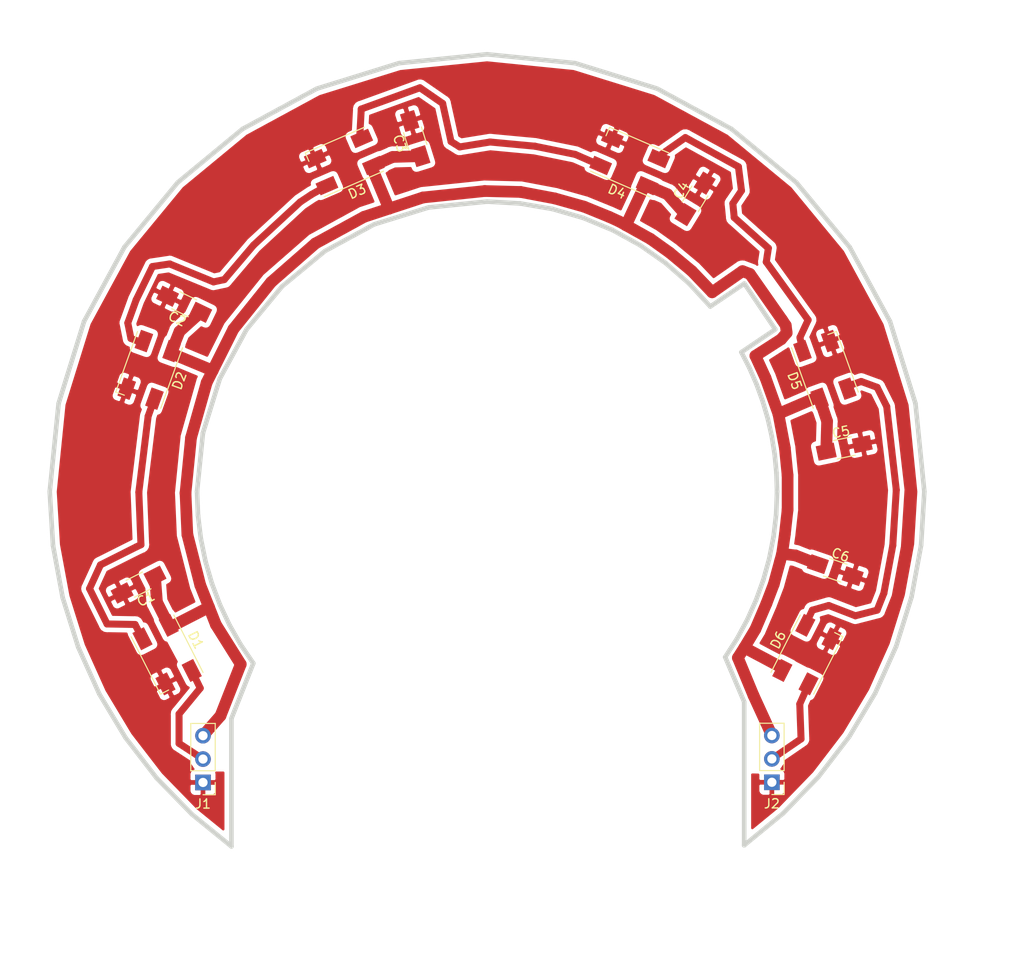
<source format=kicad_pcb>
(kicad_pcb (version 20171130) (host pcbnew "(5.0.0)")

  (general
    (thickness 0.8)
    (drawings 80)
    (tracks 124)
    (zones 0)
    (modules 14)
    (nets 10)
  )

  (page A4)
  (layers
    (0 F.Cu signal)
    (31 B.Cu signal hide)
    (32 B.Adhes user hide)
    (33 F.Adhes user hide)
    (34 B.Paste user)
    (35 F.Paste user)
    (36 B.SilkS user hide)
    (37 F.SilkS user)
    (38 B.Mask user)
    (39 F.Mask user hide)
    (40 Dwgs.User user)
    (41 Cmts.User user)
    (42 Eco1.User user hide)
    (43 Eco2.User user hide)
    (44 Edge.Cuts user)
    (45 Margin user)
    (46 B.CrtYd user hide)
    (47 F.CrtYd user)
    (48 B.Fab user)
    (49 F.Fab user)
  )

  (setup
    (last_trace_width 0.25)
    (user_trace_width 0.254)
    (user_trace_width 0.508)
    (user_trace_width 0.762)
    (user_trace_width 1.27)
    (user_trace_width 2.032)
    (user_trace_width 2.54)
    (user_trace_width 3.81)
    (user_trace_width 5.08)
    (trace_clearance 0.5)
    (zone_clearance 0.508)
    (zone_45_only no)
    (trace_min 0.25)
    (segment_width 0.2)
    (edge_width 0.5)
    (via_size 0.6)
    (via_drill 0.4)
    (via_min_size 0.4)
    (via_min_drill 0.3)
    (uvia_size 0.3)
    (uvia_drill 0.1)
    (uvias_allowed no)
    (uvia_min_size 0.2)
    (uvia_min_drill 0.1)
    (pcb_text_width 0.3)
    (pcb_text_size 1.5 1.5)
    (mod_edge_width 0.15)
    (mod_text_size 1 1)
    (mod_text_width 0.15)
    (pad_size 1.524 1.524)
    (pad_drill 0.762)
    (pad_to_mask_clearance 0.2)
    (aux_axis_origin 0 0)
    (visible_elements 7FFFFFFF)
    (pcbplotparams
      (layerselection 0x00000_00000001)
      (usegerberextensions false)
      (usegerberattributes false)
      (usegerberadvancedattributes false)
      (creategerberjobfile false)
      (excludeedgelayer false)
      (linewidth 0.050000)
      (plotframeref false)
      (viasonmask false)
      (mode 1)
      (useauxorigin false)
      (hpglpennumber 1)
      (hpglpenspeed 20)
      (hpglpendiameter 15.000000)
      (psnegative false)
      (psa4output false)
      (plotreference true)
      (plotvalue true)
      (plotinvisibletext false)
      (padsonsilk false)
      (subtractmaskfromsilk false)
      (outputformat 5)
      (mirror false)
      (drillshape 1)
      (scaleselection 1)
      (outputdirectory ""))
  )

  (net 0 "")
  (net 1 VCC)
  (net 2 GND)
  (net 3 "Net-(D1-Pad4)")
  (net 4 "Net-(D1-Pad2)")
  (net 5 "Net-(D2-Pad2)")
  (net 6 "Net-(D3-Pad2)")
  (net 7 "Net-(D4-Pad2)")
  (net 8 "Net-(D5-Pad2)")
  (net 9 "Net-(D6-Pad2)")

  (net_class Default "This is the default net class."
    (clearance 0.5)
    (trace_width 0.25)
    (via_dia 0.6)
    (via_drill 0.4)
    (uvia_dia 0.3)
    (uvia_drill 0.1)
    (add_net GND)
    (add_net "Net-(D1-Pad2)")
    (add_net "Net-(D1-Pad4)")
    (add_net "Net-(D2-Pad2)")
    (add_net "Net-(D3-Pad2)")
    (add_net "Net-(D4-Pad2)")
    (add_net "Net-(D5-Pad2)")
    (add_net "Net-(D6-Pad2)")
    (add_net VCC)
  )

  (module "Sparkfun LEDs:LED_WS2812B-PLCC4_HandSoldering" (layer F.Cu) (tedit 5B688BAD) (tstamp 5B68CCD4)
    (at 117.6 98.55 63)
    (descr http://www.world-semi.com/uploads/soft/150522/1-150522091P5.pdf)
    (tags "LED NeoPixel")
    (path /5B65C5FD)
    (attr smd)
    (fp_text reference D6 (at 0 -3.5 63) (layer F.SilkS)
      (effects (font (size 1 1) (thickness 0.15)))
    )
    (fp_text value WS2812B (at 0 4 63) (layer F.Fab)
      (effects (font (size 1 1) (thickness 0.15)))
    )
    (fp_line (start 3.75 -2.85) (end -3.75 -2.85) (layer F.CrtYd) (width 0.05))
    (fp_line (start 3.75 2.85) (end 3.75 -2.85) (layer F.CrtYd) (width 0.05))
    (fp_line (start -3.75 2.85) (end 3.75 2.85) (layer F.CrtYd) (width 0.05))
    (fp_line (start -3.75 -2.85) (end -3.75 2.85) (layer F.CrtYd) (width 0.05))
    (fp_line (start 2.5 1.5) (end 1.5 2.5) (layer F.Fab) (width 0.1))
    (fp_line (start -2.5 -2.5) (end -2.5 2.5) (layer F.Fab) (width 0.1))
    (fp_line (start -2.5 2.5) (end 2.5 2.5) (layer F.Fab) (width 0.1))
    (fp_line (start 2.5 2.5) (end 2.5 -2.5) (layer F.Fab) (width 0.1))
    (fp_line (start 2.5 -2.5) (end -2.5 -2.5) (layer F.Fab) (width 0.1))
    (fp_line (start -3.5 -2.6) (end 3.5 -2.6) (layer F.SilkS) (width 0.12))
    (fp_line (start -3.5 2.6) (end 3.5 2.6) (layer F.SilkS) (width 0.12))
    (fp_line (start 3.5 2.6) (end 3.5 1.6) (layer F.SilkS) (width 0.12))
    (fp_circle (center 0 0) (end 0 -2) (layer F.Fab) (width 0.1))
    (pad 3 smd rect (at 2.5 1.6 63) (size 2.1 1.4) (drill (offset 0.25 0)) (layers F.Cu F.Paste F.Mask)
      (net 2 GND))
    (pad 4 smd rect (at 2.5 -1.6 63) (size 2.1 1.4) (drill (offset 0.25 0)) (layers F.Cu F.Paste F.Mask)
      (net 8 "Net-(D5-Pad2)"))
    (pad 2 smd rect (at -2.5 1.6 63) (size 2.1 1.4) (drill (offset -0.25 0)) (layers F.Cu F.Paste F.Mask)
      (net 9 "Net-(D6-Pad2)"))
    (pad 1 smd rect (at -2.5 -1.6 63) (size 2.1 1.4) (drill (offset -0.25 0)) (layers F.Cu F.Paste F.Mask)
      (net 1 VCC))
    (model ${KISYS3DMOD}/LEDs.3dshapes/LED_WS2812B-PLCC4.wrl
      (at (xyz 0 0 0))
      (scale (xyz 0.39 0.39 0.39))
      (rotate (xyz 0 0 180))
    )
  )

  (module "Sparkfun LEDs:LED_WS2812B-PLCC4_HandSoldering" (layer F.Cu) (tedit 5B688BAD) (tstamp 5B68CCC0)
    (at 119.55 67.625 109.8)
    (descr http://www.world-semi.com/uploads/soft/150522/1-150522091P5.pdf)
    (tags "LED NeoPixel")
    (path /5B65C4D0)
    (attr smd)
    (fp_text reference D5 (at 0 -3.5 109.8) (layer F.SilkS)
      (effects (font (size 1 1) (thickness 0.15)))
    )
    (fp_text value WS2812B (at 0 4 109.8) (layer F.Fab)
      (effects (font (size 1 1) (thickness 0.15)))
    )
    (fp_circle (center 0 0) (end 0 -2) (layer F.Fab) (width 0.1))
    (fp_line (start 3.5 2.6) (end 3.5 1.6) (layer F.SilkS) (width 0.12))
    (fp_line (start -3.5 2.6) (end 3.5 2.6) (layer F.SilkS) (width 0.12))
    (fp_line (start -3.5 -2.6) (end 3.5 -2.6) (layer F.SilkS) (width 0.12))
    (fp_line (start 2.5 -2.5) (end -2.5 -2.5) (layer F.Fab) (width 0.1))
    (fp_line (start 2.5 2.5) (end 2.5 -2.5) (layer F.Fab) (width 0.1))
    (fp_line (start -2.5 2.5) (end 2.5 2.5) (layer F.Fab) (width 0.1))
    (fp_line (start -2.5 -2.5) (end -2.5 2.5) (layer F.Fab) (width 0.1))
    (fp_line (start 2.5 1.5) (end 1.5 2.5) (layer F.Fab) (width 0.1))
    (fp_line (start -3.75 -2.85) (end -3.75 2.85) (layer F.CrtYd) (width 0.05))
    (fp_line (start -3.75 2.85) (end 3.75 2.85) (layer F.CrtYd) (width 0.05))
    (fp_line (start 3.75 2.85) (end 3.75 -2.85) (layer F.CrtYd) (width 0.05))
    (fp_line (start 3.75 -2.85) (end -3.75 -2.85) (layer F.CrtYd) (width 0.05))
    (pad 1 smd rect (at -2.5 -1.6 109.8) (size 2.1 1.4) (drill (offset -0.25 0)) (layers F.Cu F.Paste F.Mask)
      (net 1 VCC))
    (pad 2 smd rect (at -2.5 1.6 109.8) (size 2.1 1.4) (drill (offset -0.25 0)) (layers F.Cu F.Paste F.Mask)
      (net 8 "Net-(D5-Pad2)"))
    (pad 4 smd rect (at 2.5 -1.6 109.8) (size 2.1 1.4) (drill (offset 0.25 0)) (layers F.Cu F.Paste F.Mask)
      (net 7 "Net-(D4-Pad2)"))
    (pad 3 smd rect (at 2.5 1.6 109.8) (size 2.1 1.4) (drill (offset 0.25 0)) (layers F.Cu F.Paste F.Mask)
      (net 2 GND))
    (model ${KISYS3DMOD}/LEDs.3dshapes/LED_WS2812B-PLCC4.wrl
      (at (xyz 0 0 0))
      (scale (xyz 0.39 0.39 0.39))
      (rotate (xyz 0 0 180))
    )
  )

  (module "Sparkfun LEDs:LED_WS2812B-PLCC4_HandSoldering" (layer F.Cu) (tedit 5B688BAD) (tstamp 5B68CCAC)
    (at 98.35 45.05 156.6)
    (descr http://www.world-semi.com/uploads/soft/150522/1-150522091P5.pdf)
    (tags "LED NeoPixel")
    (path /5B65C458)
    (attr smd)
    (fp_text reference D4 (at 0 -3.5 156.6) (layer F.SilkS)
      (effects (font (size 1 1) (thickness 0.15)))
    )
    (fp_text value WS2812B (at 0 4 156.6) (layer F.Fab)
      (effects (font (size 1 1) (thickness 0.15)))
    )
    (fp_line (start 3.75 -2.85) (end -3.75 -2.85) (layer F.CrtYd) (width 0.05))
    (fp_line (start 3.75 2.85) (end 3.75 -2.85) (layer F.CrtYd) (width 0.05))
    (fp_line (start -3.75 2.85) (end 3.75 2.85) (layer F.CrtYd) (width 0.05))
    (fp_line (start -3.75 -2.85) (end -3.75 2.85) (layer F.CrtYd) (width 0.05))
    (fp_line (start 2.5 1.5) (end 1.5 2.5) (layer F.Fab) (width 0.1))
    (fp_line (start -2.5 -2.5) (end -2.5 2.5) (layer F.Fab) (width 0.1))
    (fp_line (start -2.5 2.5) (end 2.5 2.5) (layer F.Fab) (width 0.1))
    (fp_line (start 2.5 2.5) (end 2.5 -2.5) (layer F.Fab) (width 0.1))
    (fp_line (start 2.5 -2.5) (end -2.5 -2.5) (layer F.Fab) (width 0.1))
    (fp_line (start -3.5 -2.6) (end 3.5 -2.6) (layer F.SilkS) (width 0.12))
    (fp_line (start -3.5 2.6) (end 3.5 2.6) (layer F.SilkS) (width 0.12))
    (fp_line (start 3.5 2.6) (end 3.5 1.6) (layer F.SilkS) (width 0.12))
    (fp_circle (center 0 0) (end 0 -2) (layer F.Fab) (width 0.1))
    (pad 3 smd rect (at 2.5 1.6 156.6) (size 2.1 1.4) (drill (offset 0.25 0)) (layers F.Cu F.Paste F.Mask)
      (net 2 GND))
    (pad 4 smd rect (at 2.5 -1.6 156.6) (size 2.1 1.4) (drill (offset 0.25 0)) (layers F.Cu F.Paste F.Mask)
      (net 6 "Net-(D3-Pad2)"))
    (pad 2 smd rect (at -2.5 1.6 156.6) (size 2.1 1.4) (drill (offset -0.25 0)) (layers F.Cu F.Paste F.Mask)
      (net 7 "Net-(D4-Pad2)"))
    (pad 1 smd rect (at -2.5 -1.6 156.6) (size 2.1 1.4) (drill (offset -0.25 0)) (layers F.Cu F.Paste F.Mask)
      (net 1 VCC))
    (model ${KISYS3DMOD}/LEDs.3dshapes/LED_WS2812B-PLCC4.wrl
      (at (xyz 0 0 0))
      (scale (xyz 0.39 0.39 0.39))
      (rotate (xyz 0 0 180))
    )
  )

  (module "Sparkfun LEDs:LED_WS2812B-PLCC4_HandSoldering" (layer F.Cu) (tedit 5B688BAD) (tstamp 5B68CC98)
    (at 67.35 45.05 203.4)
    (descr http://www.world-semi.com/uploads/soft/150522/1-150522091P5.pdf)
    (tags "LED NeoPixel")
    (path /5B65C419)
    (attr smd)
    (fp_text reference D3 (at 0 -3.5 203.4) (layer F.SilkS)
      (effects (font (size 1 1) (thickness 0.15)))
    )
    (fp_text value WS2812B (at 0 4 203.4) (layer F.Fab)
      (effects (font (size 1 1) (thickness 0.15)))
    )
    (fp_circle (center 0 0) (end 0 -2) (layer F.Fab) (width 0.1))
    (fp_line (start 3.5 2.6) (end 3.5 1.6) (layer F.SilkS) (width 0.12))
    (fp_line (start -3.5 2.6) (end 3.5 2.6) (layer F.SilkS) (width 0.12))
    (fp_line (start -3.5 -2.6) (end 3.5 -2.6) (layer F.SilkS) (width 0.12))
    (fp_line (start 2.5 -2.5) (end -2.5 -2.5) (layer F.Fab) (width 0.1))
    (fp_line (start 2.5 2.5) (end 2.5 -2.5) (layer F.Fab) (width 0.1))
    (fp_line (start -2.5 2.5) (end 2.5 2.5) (layer F.Fab) (width 0.1))
    (fp_line (start -2.5 -2.5) (end -2.5 2.5) (layer F.Fab) (width 0.1))
    (fp_line (start 2.5 1.5) (end 1.5 2.5) (layer F.Fab) (width 0.1))
    (fp_line (start -3.75 -2.85) (end -3.75 2.85) (layer F.CrtYd) (width 0.05))
    (fp_line (start -3.75 2.85) (end 3.75 2.85) (layer F.CrtYd) (width 0.05))
    (fp_line (start 3.75 2.85) (end 3.75 -2.85) (layer F.CrtYd) (width 0.05))
    (fp_line (start 3.75 -2.85) (end -3.75 -2.85) (layer F.CrtYd) (width 0.05))
    (pad 1 smd rect (at -2.5 -1.6 203.4) (size 2.1 1.4) (drill (offset -0.25 0)) (layers F.Cu F.Paste F.Mask)
      (net 1 VCC))
    (pad 2 smd rect (at -2.5 1.6 203.4) (size 2.1 1.4) (drill (offset -0.25 0)) (layers F.Cu F.Paste F.Mask)
      (net 6 "Net-(D3-Pad2)"))
    (pad 4 smd rect (at 2.5 -1.6 203.4) (size 2.1 1.4) (drill (offset 0.25 0)) (layers F.Cu F.Paste F.Mask)
      (net 5 "Net-(D2-Pad2)"))
    (pad 3 smd rect (at 2.5 1.6 203.4) (size 2.1 1.4) (drill (offset 0.25 0)) (layers F.Cu F.Paste F.Mask)
      (net 2 GND))
    (model ${KISYS3DMOD}/LEDs.3dshapes/LED_WS2812B-PLCC4.wrl
      (at (xyz 0 0 0))
      (scale (xyz 0.39 0.39 0.39))
      (rotate (xyz 0 0 180))
    )
  )

  (module "Sparkfun LEDs:LED_WS2812B-PLCC4_HandSoldering" (layer F.Cu) (tedit 5B688BAD) (tstamp 5B68CC84)
    (at 46.15 67.625 250.2)
    (descr http://www.world-semi.com/uploads/soft/150522/1-150522091P5.pdf)
    (tags "LED NeoPixel")
    (path /5B65C3A1)
    (attr smd)
    (fp_text reference D2 (at 0 -3.5 250.2) (layer F.SilkS)
      (effects (font (size 1 1) (thickness 0.15)))
    )
    (fp_text value WS2812B (at 0 4 250.2) (layer F.Fab)
      (effects (font (size 1 1) (thickness 0.15)))
    )
    (fp_line (start 3.75 -2.85) (end -3.75 -2.85) (layer F.CrtYd) (width 0.05))
    (fp_line (start 3.75 2.85) (end 3.75 -2.85) (layer F.CrtYd) (width 0.05))
    (fp_line (start -3.75 2.85) (end 3.75 2.85) (layer F.CrtYd) (width 0.05))
    (fp_line (start -3.75 -2.85) (end -3.75 2.85) (layer F.CrtYd) (width 0.05))
    (fp_line (start 2.5 1.5) (end 1.5 2.5) (layer F.Fab) (width 0.1))
    (fp_line (start -2.5 -2.5) (end -2.5 2.5) (layer F.Fab) (width 0.1))
    (fp_line (start -2.5 2.5) (end 2.5 2.5) (layer F.Fab) (width 0.1))
    (fp_line (start 2.5 2.5) (end 2.5 -2.5) (layer F.Fab) (width 0.1))
    (fp_line (start 2.5 -2.5) (end -2.5 -2.5) (layer F.Fab) (width 0.1))
    (fp_line (start -3.5 -2.6) (end 3.5 -2.6) (layer F.SilkS) (width 0.12))
    (fp_line (start -3.5 2.6) (end 3.5 2.6) (layer F.SilkS) (width 0.12))
    (fp_line (start 3.5 2.6) (end 3.5 1.6) (layer F.SilkS) (width 0.12))
    (fp_circle (center 0 0) (end 0 -2) (layer F.Fab) (width 0.1))
    (pad 3 smd rect (at 2.5 1.6 250.2) (size 2.1 1.4) (drill (offset 0.25 0)) (layers F.Cu F.Paste F.Mask)
      (net 2 GND))
    (pad 4 smd rect (at 2.5 -1.6 250.2) (size 2.1 1.4) (drill (offset 0.25 0)) (layers F.Cu F.Paste F.Mask)
      (net 4 "Net-(D1-Pad2)"))
    (pad 2 smd rect (at -2.5 1.6 250.2) (size 2.1 1.4) (drill (offset -0.25 0)) (layers F.Cu F.Paste F.Mask)
      (net 5 "Net-(D2-Pad2)"))
    (pad 1 smd rect (at -2.5 -1.6 250.2) (size 2.1 1.4) (drill (offset -0.25 0)) (layers F.Cu F.Paste F.Mask)
      (net 1 VCC))
    (model ${KISYS3DMOD}/LEDs.3dshapes/LED_WS2812B-PLCC4.wrl
      (at (xyz 0 0 0))
      (scale (xyz 0.39 0.39 0.39))
      (rotate (xyz 0 0 180))
    )
  )

  (module "Sparkfun LEDs:LED_WS2812B-PLCC4_HandSoldering" (layer F.Cu) (tedit 5B688BAD) (tstamp 5B68CC70)
    (at 48.1 98.552 297)
    (descr http://www.world-semi.com/uploads/soft/150522/1-150522091P5.pdf)
    (tags "LED NeoPixel")
    (path /5B65C2B8)
    (attr smd)
    (fp_text reference D1 (at 0 -3.5 297) (layer F.SilkS)
      (effects (font (size 1 1) (thickness 0.15)))
    )
    (fp_text value WS2812B (at 0 4 297) (layer F.Fab)
      (effects (font (size 1 1) (thickness 0.15)))
    )
    (fp_circle (center 0 0) (end 0 -2) (layer F.Fab) (width 0.1))
    (fp_line (start 3.5 2.6) (end 3.5 1.6) (layer F.SilkS) (width 0.12))
    (fp_line (start -3.5 2.6) (end 3.5 2.6) (layer F.SilkS) (width 0.12))
    (fp_line (start -3.5 -2.6) (end 3.5 -2.6) (layer F.SilkS) (width 0.12))
    (fp_line (start 2.5 -2.5) (end -2.5 -2.5) (layer F.Fab) (width 0.1))
    (fp_line (start 2.5 2.5) (end 2.5 -2.5) (layer F.Fab) (width 0.1))
    (fp_line (start -2.5 2.5) (end 2.5 2.5) (layer F.Fab) (width 0.1))
    (fp_line (start -2.5 -2.5) (end -2.5 2.5) (layer F.Fab) (width 0.1))
    (fp_line (start 2.5 1.5) (end 1.5 2.5) (layer F.Fab) (width 0.1))
    (fp_line (start -3.75 -2.85) (end -3.75 2.85) (layer F.CrtYd) (width 0.05))
    (fp_line (start -3.75 2.85) (end 3.75 2.85) (layer F.CrtYd) (width 0.05))
    (fp_line (start 3.75 2.85) (end 3.75 -2.85) (layer F.CrtYd) (width 0.05))
    (fp_line (start 3.75 -2.85) (end -3.75 -2.85) (layer F.CrtYd) (width 0.05))
    (pad 1 smd rect (at -2.5 -1.6 297) (size 2.1 1.4) (drill (offset -0.25 0)) (layers F.Cu F.Paste F.Mask)
      (net 1 VCC))
    (pad 2 smd rect (at -2.5 1.6 297) (size 2.1 1.4) (drill (offset -0.25 0)) (layers F.Cu F.Paste F.Mask)
      (net 4 "Net-(D1-Pad2)"))
    (pad 4 smd rect (at 2.5 -1.6 297) (size 2.1 1.4) (drill (offset 0.25 0)) (layers F.Cu F.Paste F.Mask)
      (net 3 "Net-(D1-Pad4)"))
    (pad 3 smd rect (at 2.5 1.6 297) (size 2.1 1.4) (drill (offset 0.25 0)) (layers F.Cu F.Paste F.Mask)
      (net 2 GND))
    (model ${KISYS3DMOD}/LEDs.3dshapes/LED_WS2812B-PLCC4.wrl
      (at (xyz 0 0 0))
      (scale (xyz 0.39 0.39 0.39))
      (rotate (xyz 0 0 180))
    )
  )

  (module Capacitors_SMD:C_1206_HandSoldering (layer F.Cu) (tedit 58AA84D1) (tstamp 5B65DF17)
    (at 105.45 49.05 58.6)
    (descr "Capacitor SMD 1206, hand soldering")
    (tags "capacitor 1206")
    (path /5B65BBF3)
    (attr smd)
    (fp_text reference C4 (at 0 -1.75 58.6) (layer F.SilkS)
      (effects (font (size 1 1) (thickness 0.15)))
    )
    (fp_text value 0.1 (at 0 2 58.6) (layer F.Fab)
      (effects (font (size 1 1) (thickness 0.15)))
    )
    (fp_text user %R (at 0 -1.75 58.6) (layer F.Fab)
      (effects (font (size 1 1) (thickness 0.15)))
    )
    (fp_line (start -1.6 0.8) (end -1.6 -0.8) (layer F.Fab) (width 0.1))
    (fp_line (start 1.6 0.8) (end -1.6 0.8) (layer F.Fab) (width 0.1))
    (fp_line (start 1.6 -0.8) (end 1.6 0.8) (layer F.Fab) (width 0.1))
    (fp_line (start -1.6 -0.8) (end 1.6 -0.8) (layer F.Fab) (width 0.1))
    (fp_line (start 1 -1.02) (end -1 -1.02) (layer F.SilkS) (width 0.12))
    (fp_line (start -1 1.02) (end 1 1.02) (layer F.SilkS) (width 0.12))
    (fp_line (start -3.25 -1.05) (end 3.25 -1.05) (layer F.CrtYd) (width 0.05))
    (fp_line (start -3.25 -1.05) (end -3.25 1.05) (layer F.CrtYd) (width 0.05))
    (fp_line (start 3.25 1.05) (end 3.25 -1.05) (layer F.CrtYd) (width 0.05))
    (fp_line (start 3.25 1.05) (end -3.25 1.05) (layer F.CrtYd) (width 0.05))
    (pad 1 smd rect (at -2 0 58.6) (size 2 1.6) (layers F.Cu F.Paste F.Mask)
      (net 1 VCC))
    (pad 2 smd rect (at 2 0 58.6) (size 2 1.6) (layers F.Cu F.Paste F.Mask)
      (net 2 GND))
    (model Capacitors_SMD.3dshapes/C_1206.wrl
      (at (xyz 0 0 0))
      (scale (xyz 1 1 1))
      (rotate (xyz 0 0 0))
    )
  )

  (module Capacitors_SMD:C_1206_HandSoldering (layer F.Cu) (tedit 58AA84D1) (tstamp 5B65DF23)
    (at 120.6754 89.3826 341)
    (descr "Capacitor SMD 1206, hand soldering")
    (tags "capacitor 1206")
    (path /5B65BC56)
    (attr smd)
    (fp_text reference C6 (at 0 -1.75 341) (layer F.SilkS)
      (effects (font (size 1 1) (thickness 0.15)))
    )
    (fp_text value 0.1 (at 0 2 341) (layer F.Fab)
      (effects (font (size 1 1) (thickness 0.15)))
    )
    (fp_text user %R (at 0 -1.75 341) (layer F.Fab)
      (effects (font (size 1 1) (thickness 0.15)))
    )
    (fp_line (start -1.6 0.8) (end -1.6 -0.8) (layer F.Fab) (width 0.1))
    (fp_line (start 1.6 0.8) (end -1.6 0.8) (layer F.Fab) (width 0.1))
    (fp_line (start 1.6 -0.8) (end 1.6 0.8) (layer F.Fab) (width 0.1))
    (fp_line (start -1.6 -0.8) (end 1.6 -0.8) (layer F.Fab) (width 0.1))
    (fp_line (start 1 -1.02) (end -1 -1.02) (layer F.SilkS) (width 0.12))
    (fp_line (start -1 1.02) (end 1 1.02) (layer F.SilkS) (width 0.12))
    (fp_line (start -3.25 -1.05) (end 3.25 -1.05) (layer F.CrtYd) (width 0.05))
    (fp_line (start -3.25 -1.05) (end -3.25 1.05) (layer F.CrtYd) (width 0.05))
    (fp_line (start 3.25 1.05) (end 3.25 -1.05) (layer F.CrtYd) (width 0.05))
    (fp_line (start 3.25 1.05) (end -3.25 1.05) (layer F.CrtYd) (width 0.05))
    (pad 1 smd rect (at -2 0 341) (size 2 1.6) (layers F.Cu F.Paste F.Mask)
      (net 1 VCC))
    (pad 2 smd rect (at 2 0 341) (size 2 1.6) (layers F.Cu F.Paste F.Mask)
      (net 2 GND))
    (model Capacitors_SMD.3dshapes/C_1206.wrl
      (at (xyz 0 0 0))
      (scale (xyz 1 1 1))
      (rotate (xyz 0 0 0))
    )
  )

  (module Capacitors_SMD:C_1206_HandSoldering (layer F.Cu) (tedit 58AA84D1) (tstamp 5B65DF05)
    (at 45 90.95 207)
    (descr "Capacitor SMD 1206, hand soldering")
    (tags "capacitor 1206")
    (path /5B65B9F4)
    (attr smd)
    (fp_text reference C1 (at 0 -1.75 207) (layer F.SilkS)
      (effects (font (size 1 1) (thickness 0.15)))
    )
    (fp_text value 0.1 (at 0 2 207) (layer F.Fab)
      (effects (font (size 1 1) (thickness 0.15)))
    )
    (fp_text user %R (at 0 -1.75 207) (layer F.Fab)
      (effects (font (size 1 1) (thickness 0.15)))
    )
    (fp_line (start -1.6 0.8) (end -1.6 -0.8) (layer F.Fab) (width 0.1))
    (fp_line (start 1.6 0.8) (end -1.6 0.8) (layer F.Fab) (width 0.1))
    (fp_line (start 1.6 -0.8) (end 1.6 0.8) (layer F.Fab) (width 0.1))
    (fp_line (start -1.6 -0.8) (end 1.6 -0.8) (layer F.Fab) (width 0.1))
    (fp_line (start 1 -1.02) (end -1 -1.02) (layer F.SilkS) (width 0.12))
    (fp_line (start -1 1.02) (end 1 1.02) (layer F.SilkS) (width 0.12))
    (fp_line (start -3.25 -1.05) (end 3.25 -1.05) (layer F.CrtYd) (width 0.05))
    (fp_line (start -3.25 -1.05) (end -3.25 1.05) (layer F.CrtYd) (width 0.05))
    (fp_line (start 3.25 1.05) (end 3.25 -1.05) (layer F.CrtYd) (width 0.05))
    (fp_line (start 3.25 1.05) (end -3.25 1.05) (layer F.CrtYd) (width 0.05))
    (pad 1 smd rect (at -2 0 207) (size 2 1.6) (layers F.Cu F.Paste F.Mask)
      (net 1 VCC))
    (pad 2 smd rect (at 2 0 207) (size 2 1.6) (layers F.Cu F.Paste F.Mask)
      (net 2 GND))
    (model Capacitors_SMD.3dshapes/C_1206.wrl
      (at (xyz 0 0 0))
      (scale (xyz 1 1 1))
      (rotate (xyz 0 0 0))
    )
  )

  (module Capacitors_SMD:C_1206_HandSoldering (layer F.Cu) (tedit 58AA84D1) (tstamp 5B65DF0B)
    (at 49.95 60.5 154.2)
    (descr "Capacitor SMD 1206, hand soldering")
    (tags "capacitor 1206")
    (path /5B65BBAA)
    (attr smd)
    (fp_text reference C2 (at 0 -1.75 154.2) (layer F.SilkS)
      (effects (font (size 1 1) (thickness 0.15)))
    )
    (fp_text value 0.1 (at 0 2 154.2) (layer F.Fab)
      (effects (font (size 1 1) (thickness 0.15)))
    )
    (fp_text user %R (at 0 -1.75 154.2) (layer F.Fab)
      (effects (font (size 1 1) (thickness 0.15)))
    )
    (fp_line (start -1.6 0.8) (end -1.6 -0.8) (layer F.Fab) (width 0.1))
    (fp_line (start 1.6 0.8) (end -1.6 0.8) (layer F.Fab) (width 0.1))
    (fp_line (start 1.6 -0.8) (end 1.6 0.8) (layer F.Fab) (width 0.1))
    (fp_line (start -1.6 -0.8) (end 1.6 -0.8) (layer F.Fab) (width 0.1))
    (fp_line (start 1 -1.02) (end -1 -1.02) (layer F.SilkS) (width 0.12))
    (fp_line (start -1 1.02) (end 1 1.02) (layer F.SilkS) (width 0.12))
    (fp_line (start -3.25 -1.05) (end 3.25 -1.05) (layer F.CrtYd) (width 0.05))
    (fp_line (start -3.25 -1.05) (end -3.25 1.05) (layer F.CrtYd) (width 0.05))
    (fp_line (start 3.25 1.05) (end 3.25 -1.05) (layer F.CrtYd) (width 0.05))
    (fp_line (start 3.25 1.05) (end -3.25 1.05) (layer F.CrtYd) (width 0.05))
    (pad 1 smd rect (at -2 0 154.2) (size 2 1.6) (layers F.Cu F.Paste F.Mask)
      (net 1 VCC))
    (pad 2 smd rect (at 2 0 154.2) (size 2 1.6) (layers F.Cu F.Paste F.Mask)
      (net 2 GND))
    (model Capacitors_SMD.3dshapes/C_1206.wrl
      (at (xyz 0 0 0))
      (scale (xyz 1 1 1))
      (rotate (xyz 0 0 0))
    )
  )

  (module Capacitors_SMD:C_1206_HandSoldering (layer F.Cu) (tedit 58AA84D1) (tstamp 5B65DF11)
    (at 75.05 42.5 107.4)
    (descr "Capacitor SMD 1206, hand soldering")
    (tags "capacitor 1206")
    (path /5B65BBCE)
    (attr smd)
    (fp_text reference C3 (at 0 -1.75 107.4) (layer F.SilkS)
      (effects (font (size 1 1) (thickness 0.15)))
    )
    (fp_text value 0.1 (at 0 2 107.4) (layer F.Fab)
      (effects (font (size 1 1) (thickness 0.15)))
    )
    (fp_text user %R (at 0 -1.75 107.4) (layer F.Fab)
      (effects (font (size 1 1) (thickness 0.15)))
    )
    (fp_line (start -1.6 0.8) (end -1.6 -0.8) (layer F.Fab) (width 0.1))
    (fp_line (start 1.6 0.8) (end -1.6 0.8) (layer F.Fab) (width 0.1))
    (fp_line (start 1.6 -0.8) (end 1.6 0.8) (layer F.Fab) (width 0.1))
    (fp_line (start -1.6 -0.8) (end 1.6 -0.8) (layer F.Fab) (width 0.1))
    (fp_line (start 1 -1.02) (end -1 -1.02) (layer F.SilkS) (width 0.12))
    (fp_line (start -1 1.02) (end 1 1.02) (layer F.SilkS) (width 0.12))
    (fp_line (start -3.25 -1.05) (end 3.25 -1.05) (layer F.CrtYd) (width 0.05))
    (fp_line (start -3.25 -1.05) (end -3.25 1.05) (layer F.CrtYd) (width 0.05))
    (fp_line (start 3.25 1.05) (end 3.25 -1.05) (layer F.CrtYd) (width 0.05))
    (fp_line (start 3.25 1.05) (end -3.25 1.05) (layer F.CrtYd) (width 0.05))
    (pad 1 smd rect (at -2 0 107.4) (size 2 1.6) (layers F.Cu F.Paste F.Mask)
      (net 1 VCC))
    (pad 2 smd rect (at 2 0 107.4) (size 2 1.6) (layers F.Cu F.Paste F.Mask)
      (net 2 GND))
    (model Capacitors_SMD.3dshapes/C_1206.wrl
      (at (xyz 0 0 0))
      (scale (xyz 1 1 1))
      (rotate (xyz 0 0 0))
    )
  )

  (module Capacitors_SMD:C_1206_HandSoldering (layer F.Cu) (tedit 58AA84D1) (tstamp 5B65DF1D)
    (at 121.65 76.1 11.8)
    (descr "Capacitor SMD 1206, hand soldering")
    (tags "capacitor 1206")
    (path /5B65BC2D)
    (attr smd)
    (fp_text reference C5 (at 0 -1.75 11.8) (layer F.SilkS)
      (effects (font (size 1 1) (thickness 0.15)))
    )
    (fp_text value 0.1 (at 0 2 11.8) (layer F.Fab)
      (effects (font (size 1 1) (thickness 0.15)))
    )
    (fp_text user %R (at 0 -1.75 11.8) (layer F.Fab)
      (effects (font (size 1 1) (thickness 0.15)))
    )
    (fp_line (start -1.6 0.8) (end -1.6 -0.8) (layer F.Fab) (width 0.1))
    (fp_line (start 1.6 0.8) (end -1.6 0.8) (layer F.Fab) (width 0.1))
    (fp_line (start 1.6 -0.8) (end 1.6 0.8) (layer F.Fab) (width 0.1))
    (fp_line (start -1.6 -0.8) (end 1.6 -0.8) (layer F.Fab) (width 0.1))
    (fp_line (start 1 -1.02) (end -1 -1.02) (layer F.SilkS) (width 0.12))
    (fp_line (start -1 1.02) (end 1 1.02) (layer F.SilkS) (width 0.12))
    (fp_line (start -3.25 -1.05) (end 3.25 -1.05) (layer F.CrtYd) (width 0.05))
    (fp_line (start -3.25 -1.05) (end -3.25 1.05) (layer F.CrtYd) (width 0.05))
    (fp_line (start 3.25 1.05) (end 3.25 -1.05) (layer F.CrtYd) (width 0.05))
    (fp_line (start 3.25 1.05) (end -3.25 1.05) (layer F.CrtYd) (width 0.05))
    (pad 1 smd rect (at -2 0 11.8) (size 2 1.6) (layers F.Cu F.Paste F.Mask)
      (net 1 VCC))
    (pad 2 smd rect (at 2 0 11.8) (size 2 1.6) (layers F.Cu F.Paste F.Mask)
      (net 2 GND))
    (model Capacitors_SMD.3dshapes/C_1206.wrl
      (at (xyz 0 0 0))
      (scale (xyz 1 1 1))
      (rotate (xyz 0 0 0))
    )
  )

  (module Pin_Headers:Pin_Header_Straight_1x03_Pitch2.54mm (layer F.Cu) (tedit 59650532) (tstamp 5B65DF5A)
    (at 52 112.44 180)
    (descr "Through hole straight pin header, 1x03, 2.54mm pitch, single row")
    (tags "Through hole pin header THT 1x03 2.54mm single row")
    (path /5B65D5E7)
    (fp_text reference J1 (at 0 -2.33 180) (layer F.SilkS)
      (effects (font (size 1 1) (thickness 0.15)))
    )
    (fp_text value IN (at 0 7.41 180) (layer F.Fab)
      (effects (font (size 1 1) (thickness 0.15)))
    )
    (fp_line (start -0.635 -1.27) (end 1.27 -1.27) (layer F.Fab) (width 0.1))
    (fp_line (start 1.27 -1.27) (end 1.27 6.35) (layer F.Fab) (width 0.1))
    (fp_line (start 1.27 6.35) (end -1.27 6.35) (layer F.Fab) (width 0.1))
    (fp_line (start -1.27 6.35) (end -1.27 -0.635) (layer F.Fab) (width 0.1))
    (fp_line (start -1.27 -0.635) (end -0.635 -1.27) (layer F.Fab) (width 0.1))
    (fp_line (start -1.33 6.41) (end 1.33 6.41) (layer F.SilkS) (width 0.12))
    (fp_line (start -1.33 1.27) (end -1.33 6.41) (layer F.SilkS) (width 0.12))
    (fp_line (start 1.33 1.27) (end 1.33 6.41) (layer F.SilkS) (width 0.12))
    (fp_line (start -1.33 1.27) (end 1.33 1.27) (layer F.SilkS) (width 0.12))
    (fp_line (start -1.33 0) (end -1.33 -1.33) (layer F.SilkS) (width 0.12))
    (fp_line (start -1.33 -1.33) (end 0 -1.33) (layer F.SilkS) (width 0.12))
    (fp_line (start -1.8 -1.8) (end -1.8 6.85) (layer F.CrtYd) (width 0.05))
    (fp_line (start -1.8 6.85) (end 1.8 6.85) (layer F.CrtYd) (width 0.05))
    (fp_line (start 1.8 6.85) (end 1.8 -1.8) (layer F.CrtYd) (width 0.05))
    (fp_line (start 1.8 -1.8) (end -1.8 -1.8) (layer F.CrtYd) (width 0.05))
    (fp_text user %R (at 0 2.54 270) (layer F.Fab)
      (effects (font (size 1 1) (thickness 0.15)))
    )
    (pad 1 thru_hole rect (at 0 0 180) (size 1.7 1.7) (drill 1) (layers *.Cu *.Mask)
      (net 2 GND))
    (pad 2 thru_hole oval (at 0 2.54 180) (size 1.7 1.7) (drill 1) (layers *.Cu *.Mask)
      (net 3 "Net-(D1-Pad4)"))
    (pad 3 thru_hole oval (at 0 5.08 180) (size 1.7 1.7) (drill 1) (layers *.Cu *.Mask)
      (net 1 VCC))
    (model ${KISYS3DMOD}/Pin_Headers.3dshapes/Pin_Header_Straight_1x03_Pitch2.54mm.wrl
      (at (xyz 0 0 0))
      (scale (xyz 1 1 1))
      (rotate (xyz 0 0 0))
    )
  )

  (module Pin_Headers:Pin_Header_Straight_1x03_Pitch2.54mm (layer F.Cu) (tedit 59650532) (tstamp 5B65DF61)
    (at 113.79 112.42 180)
    (descr "Through hole straight pin header, 1x03, 2.54mm pitch, single row")
    (tags "Through hole pin header THT 1x03 2.54mm single row")
    (path /5B65DC37)
    (fp_text reference J2 (at 0 -2.33 180) (layer F.SilkS)
      (effects (font (size 1 1) (thickness 0.15)))
    )
    (fp_text value OUT (at 0 7.41 180) (layer F.Fab)
      (effects (font (size 1 1) (thickness 0.15)))
    )
    (fp_line (start -0.635 -1.27) (end 1.27 -1.27) (layer F.Fab) (width 0.1))
    (fp_line (start 1.27 -1.27) (end 1.27 6.35) (layer F.Fab) (width 0.1))
    (fp_line (start 1.27 6.35) (end -1.27 6.35) (layer F.Fab) (width 0.1))
    (fp_line (start -1.27 6.35) (end -1.27 -0.635) (layer F.Fab) (width 0.1))
    (fp_line (start -1.27 -0.635) (end -0.635 -1.27) (layer F.Fab) (width 0.1))
    (fp_line (start -1.33 6.41) (end 1.33 6.41) (layer F.SilkS) (width 0.12))
    (fp_line (start -1.33 1.27) (end -1.33 6.41) (layer F.SilkS) (width 0.12))
    (fp_line (start 1.33 1.27) (end 1.33 6.41) (layer F.SilkS) (width 0.12))
    (fp_line (start -1.33 1.27) (end 1.33 1.27) (layer F.SilkS) (width 0.12))
    (fp_line (start -1.33 0) (end -1.33 -1.33) (layer F.SilkS) (width 0.12))
    (fp_line (start -1.33 -1.33) (end 0 -1.33) (layer F.SilkS) (width 0.12))
    (fp_line (start -1.8 -1.8) (end -1.8 6.85) (layer F.CrtYd) (width 0.05))
    (fp_line (start -1.8 6.85) (end 1.8 6.85) (layer F.CrtYd) (width 0.05))
    (fp_line (start 1.8 6.85) (end 1.8 -1.8) (layer F.CrtYd) (width 0.05))
    (fp_line (start 1.8 -1.8) (end -1.8 -1.8) (layer F.CrtYd) (width 0.05))
    (fp_text user %R (at 0 2.54 270) (layer F.Fab)
      (effects (font (size 1 1) (thickness 0.15)))
    )
    (pad 1 thru_hole rect (at 0 0 180) (size 1.7 1.7) (drill 1) (layers *.Cu *.Mask)
      (net 2 GND))
    (pad 2 thru_hole oval (at 0 2.54 180) (size 1.7 1.7) (drill 1) (layers *.Cu *.Mask)
      (net 9 "Net-(D6-Pad2)"))
    (pad 3 thru_hole oval (at 0 5.08 180) (size 1.7 1.7) (drill 1) (layers *.Cu *.Mask)
      (net 1 VCC))
    (model ${KISYS3DMOD}/Pin_Headers.3dshapes/Pin_Header_Straight_1x03_Pitch2.54mm.wrl
      (at (xyz 0 0 0))
      (scale (xyz 1 1 1))
      (rotate (xyz 0 0 0))
    )
  )

  (gr_line (start 82.8518 49.3461) (end 86.4576 49.5502) (layer Edge.Cuts) (width 0.5))
  (gr_line (start 89.9439 50.1478) (end 93.2884 51.1164) (layer Edge.Cuts) (width 0.5))
  (gr_line (start 86.4576 49.5502) (end 89.9439 50.1478) (layer Edge.Cuts) (width 0.5))
  (gr_line (start 70.5906 51.8215) (end 76.5034 49.9861) (layer Edge.Cuts) (width 0.5))
  (gr_line (start 92.4247 34.3111) (end 82.8518 33.3461) (layer Edge.Cuts) (width 0.5))
  (gr_line (start 82.8518 33.3461) (end 73.2789 34.3111) (layer Edge.Cuts) (width 0.5))
  (gr_line (start 82.8518 49.3461) (end 82.8518 49.3461) (layer Edge.Cuts) (width 0.1))
  (gr_line (start 76.5034 49.9861) (end 82.8518 49.3461) (layer Edge.Cuts) (width 0.5))
  (gr_line (start 73.2789 34.3111) (end 64.3627 37.0789) (layer Edge.Cuts) (width 0.5))
  (gr_line (start 65.2398 54.7258) (end 70.5906 51.8215) (layer Edge.Cuts) (width 0.5))
  (gr_line (start 64.3627 37.0789) (end 56.2941 41.4584) (layer Edge.Cuts) (width 0.5))
  (gr_line (start 49.2642 47.2585) (end 43.4641 54.2884) (layer Edge.Cuts) (width 0.5))
  (gr_line (start 56.2941 41.4584) (end 49.2642 47.2585) (layer Edge.Cuts) (width 0.5))
  (gr_line (start 60.5779 58.5722) (end 65.2398 54.7258) (layer Edge.Cuts) (width 0.5))
  (gr_line (start 56.1008 97.483) (end 54.8901 95.3618) (layer Edge.Cuts) (width 0.5))
  (gr_line (start 57.4669 99.4973) (end 56.1008 97.483) (layer Edge.Cuts) (width 0.5))
  (gr_line (start 52.9682 90.8313) (end 52.2734 88.4383) (layer Edge.Cuts) (width 0.5))
  (gr_line (start 53.8432 93.1419) (end 52.9682 90.8313) (layer Edge.Cuts) (width 0.5))
  (gr_line (start 54.8901 95.3618) (end 53.8432 93.1419) (layer Edge.Cuts) (width 0.5))
  (gr_line (start 55.087 105.4976) (end 57.4669 99.4973) (layer Edge.Cuts) (width 0.5))
  (gr_line (start 50.8071 115.9054) (end 55.087 119.3874) (layer Edge.Cuts) (width 0.5))
  (gr_line (start 40.7369 102.832) (end 43.5897 107.5855) (layer Edge.Cuts) (width 0.5))
  (gr_line (start 43.5897 107.5855) (end 46.9605 111.9574) (layer Edge.Cuts) (width 0.5))
  (gr_line (start 55.087 119.3874) (end 55.087 105.4976) (layer Edge.Cuts) (width 0.5))
  (gr_line (start 46.9605 111.9574) (end 50.8071 115.9054) (layer Edge.Cuts) (width 0.5))
  (gr_line (start 56.7315 63.2341) (end 60.5779 58.5722) (layer Edge.Cuts) (width 0.5))
  (gr_line (start 51.9918 74.4977) (end 53.8272 68.5849) (layer Edge.Cuts) (width 0.5))
  (gr_line (start 51.3518 80.8461) (end 51.9918 74.4977) (layer Edge.Cuts) (width 0.5))
  (gr_line (start 39.0846 62.357) (end 36.3168 71.2732) (layer Edge.Cuts) (width 0.5))
  (gr_line (start 53.8272 68.5849) (end 56.7315 63.2341) (layer Edge.Cuts) (width 0.5))
  (gr_line (start 43.4641 54.2884) (end 39.0846 62.357) (layer Edge.Cuts) (width 0.5))
  (gr_line (start 36.3168 71.2732) (end 35.3518 80.8461) (layer Edge.Cuts) (width 0.5))
  (gr_line (start 35.7095 86.704) (end 36.7545 92.349) (layer Edge.Cuts) (width 0.5))
  (gr_line (start 36.7545 92.349) (end 38.4444 97.7391) (layer Edge.Cuts) (width 0.5))
  (gr_line (start 35.3518 80.8461) (end 35.7095 86.704) (layer Edge.Cuts) (width 0.5))
  (gr_line (start 38.4444 97.7391) (end 40.7369 102.832) (layer Edge.Cuts) (width 0.5))
  (gr_line (start 51.4569 83.4375) (end 51.3518 80.8461) (layer Edge.Cuts) (width 0.5))
  (gr_line (start 51.7669 85.971) (end 51.4569 83.4375) (layer Edge.Cuts) (width 0.5))
  (gr_line (start 52.2734 88.4383) (end 51.7669 85.971) (layer Edge.Cuts) (width 0.5))
  (gr_line (start 118.8429 111.8412) (end 122.1857 107.4795) (layer Edge.Cuts) (width 0.5))
  (gr_line (start 115.0277 115.7842) (end 118.8429 111.8412) (layer Edge.Cuts) (width 0.5))
  (gr_line (start 122.1857 107.4795) (end 125.0142 102.7406) (layer Edge.Cuts) (width 0.5))
  (gr_line (start 110.7818 119.2669) (end 115.0277 115.7842) (layer Edge.Cuts) (width 0.5))
  (gr_line (start 110.7818 103.6851) (end 110.7818 119.2669) (layer Edge.Cuts) (width 0.5))
  (gr_line (start 114.2866 78.8039) (end 114.3518 80.8461) (layer Edge.Cuts) (width 0.5))
  (gr_line (start 113.7771 74.8278) (end 114.0937 76.7965) (layer Edge.Cuts) (width 0.5))
  (gr_line (start 112.1251 69.1937) (end 112.7888 71.0224) (layer Edge.Cuts) (width 0.5))
  (gr_line (start 112.7888 71.0224) (end 113.3408 72.9018) (layer Edge.Cuts) (width 0.5))
  (gr_line (start 113.3408 72.9018) (end 113.7771 74.8278) (layer Edge.Cuts) (width 0.5))
  (gr_line (start 114.0937 76.7965) (end 114.2866 78.8039) (layer Edge.Cuts) (width 0.5))
  (gr_line (start 101.3409 37.0789) (end 92.4247 34.3111) (layer Edge.Cuts) (width 0.5))
  (gr_line (start 93.2884 51.1164) (end 96.4689 52.4337) (layer Edge.Cuts) (width 0.5))
  (gr_line (start 116.4394 47.2585) (end 109.4095 41.4584) (layer Edge.Cuts) (width 0.5))
  (gr_line (start 96.4689 52.4337) (end 99.4629 54.0774) (layer Edge.Cuts) (width 0.5))
  (gr_line (start 102.2482 56.0251) (end 104.8023 58.2546) (layer Edge.Cuts) (width 0.5))
  (gr_line (start 122.2395 54.2884) (end 116.4394 47.2585) (layer Edge.Cuts) (width 0.5))
  (gr_line (start 109.4095 41.4584) (end 101.3409 37.0789) (layer Edge.Cuts) (width 0.5))
  (gr_line (start 99.4629 54.0774) (end 102.2482 56.0251) (layer Edge.Cuts) (width 0.5))
  (gr_line (start 126.619 62.357) (end 122.2395 54.2884) (layer Edge.Cuts) (width 0.5))
  (gr_line (start 130.3518 80.8461) (end 129.3868 71.2732) (layer Edge.Cuts) (width 0.5))
  (gr_line (start 114.3518 80.8461) (end 114.2554 83.3282) (layer Edge.Cuts) (width 0.5))
  (gr_line (start 114.2554 83.3282) (end 113.9709 85.7574) (layer Edge.Cuts) (width 0.5))
  (gr_line (start 129.3868 71.2732) (end 126.619 62.357) (layer Edge.Cuts) (width 0.5))
  (gr_line (start 129.9973 86.6773) (end 130.3518 80.8461) (layer Edge.Cuts) (width 0.5))
  (gr_line (start 113.5056 88.1266) (end 112.8667 90.4287) (layer Edge.Cuts) (width 0.5))
  (gr_line (start 125.0142 102.7406) (end 127.2868 97.6662) (layer Edge.Cuts) (width 0.5))
  (gr_line (start 127.2868 97.6662) (end 128.9618 92.2979) (layer Edge.Cuts) (width 0.5))
  (gr_line (start 113.9709 85.7574) (end 113.5056 88.1266) (layer Edge.Cuts) (width 0.5))
  (gr_line (start 128.9618 92.2979) (end 129.9973 86.6773) (layer Edge.Cuts) (width 0.5))
  (gr_line (start 111.3537 67.4195) (end 112.1251 69.1937) (layer Edge.Cuts) (width 0.5))
  (gr_line (start 110.8013 58.249) (end 114.1565 63.2232) (layer Edge.Cuts) (width 0.5))
  (gr_line (start 104.8023 58.2546) (end 107.1031 60.7434) (layer Edge.Cuts) (width 0.5))
  (gr_line (start 107.1031 60.7434) (end 110.8013 58.249) (layer Edge.Cuts) (width 0.5))
  (gr_line (start 110.4787 65.7039) (end 111.3537 67.4195) (layer Edge.Cuts) (width 0.5))
  (gr_line (start 114.1565 63.2232) (end 110.4787 65.7039) (layer Edge.Cuts) (width 0.5))
  (gr_line (start 111.0969 94.8028) (end 109.9805 96.8606) (layer Edge.Cuts) (width 0.5))
  (gr_line (start 112.8667 90.4287) (end 112.0614 92.6565) (layer Edge.Cuts) (width 0.5))
  (gr_line (start 109.9805 96.8606) (end 108.7194 98.8226) (layer Edge.Cuts) (width 0.5))
  (gr_line (start 112.0614 92.6565) (end 111.0969 94.8028) (layer Edge.Cuts) (width 0.5))
  (gr_line (start 108.7194 98.8226) (end 110.7818 103.6851) (layer Edge.Cuts) (width 0.5))

  (segment (start 116.3574 87.7824) (end 114.9 87.6) (width 1.27) (layer F.Cu) (net 1))
  (segment (start 118.784363 88.731464) (end 116.3574 87.7824) (width 1.27) (layer F.Cu) (net 1))
  (segment (start 114.9 87.6) (end 114.67909 88.41) (width 1.27) (layer F.Cu) (net 1))
  (segment (start 114.67909 88.41) (end 114 90.9) (width 1.27) (layer F.Cu) (net 1))
  (segment (start 111.8 103) (end 113.79 107.34) (width 1.27) (layer F.Cu) (net 1))
  (segment (start 115.039413 100.051132) (end 110.8 97.8) (width 1.27) (layer F.Cu) (net 1))
  (segment (start 119.79 73.2) (end 119.692265 76.508992) (width 1.27) (layer F.Cu) (net 1))
  (segment (start 118.891436 70.519183) (end 119.79 73.2) (width 1.27) (layer F.Cu) (net 1))
  (segment (start 114.5 72.4) (end 118.891436 70.519183) (width 1.27) (layer F.Cu) (net 1))
  (segment (start 102.45 48.55) (end 104.407981 50.757102) (width 1.27) (layer F.Cu) (net 1))
  (segment (start 100.00895 47.511277) (end 102.45 48.55) (width 1.27) (layer F.Cu) (net 1))
  (segment (start 97.95 51.919117) (end 100.6 53.4) (width 1.27) (layer F.Cu) (net 1))
  (segment (start 97.2 51.5) (end 97.95 51.919117) (width 1.27) (layer F.Cu) (net 1))
  (segment (start 97.95 51.919117) (end 100.00895 47.511277) (width 1.27) (layer F.Cu) (net 1))
  (segment (start 72.6 44.5) (end 75.648082 44.408481) (width 1.27) (layer F.Cu) (net 1))
  (segment (start 70.279823 45.525538) (end 72.6 44.5) (width 1.27) (layer F.Cu) (net 1))
  (segment (start 72.2 50.114062) (end 75.9 48.9) (width 1.27) (layer F.Cu) (net 1))
  (segment (start 69.5 51) (end 72.2 50.114062) (width 1.27) (layer F.Cu) (net 1))
  (segment (start 72.2 50.114062) (end 70.279823 45.525538) (width 1.27) (layer F.Cu) (net 1))
  (segment (start 49.45 63.45) (end 51.750638 61.370462) (width 1.27) (layer F.Cu) (net 1))
  (segment (start 48.502254 65.814779) (end 49.45 63.45) (width 1.27) (layer F.Cu) (net 1))
  (segment (start 53.05 67.7) (end 55.3 63.2) (width 1.27) (layer F.Cu) (net 1))
  (segment (start 52.4 69) (end 53.05 67.7) (width 1.27) (layer F.Cu) (net 1))
  (segment (start 53.05 67.7) (end 48.502254 65.814779) (width 1.27) (layer F.Cu) (net 1))
  (segment (start 47 92.85) (end 46.782013 90.042019) (width 1.27) (layer F.Cu) (net 1))
  (segment (start 48.390634 95.598099) (end 47 92.85) (width 1.27) (layer F.Cu) (net 1))
  (segment (start 52.648838 93.4) (end 51.7 91) (width 1.27) (layer F.Cu) (net 1))
  (segment (start 53.4 95.3) (end 52.648838 93.4) (width 1.27) (layer F.Cu) (net 1))
  (segment (start 52.648838 93.4) (end 48.390634 95.598099) (width 1.27) (layer F.Cu) (net 1))
  (segment (start 110.1 98.9) (end 111.8 103) (width 1.27) (layer F.Cu) (net 1))
  (segment (start 110.8 97.8) (end 110.1 98.9) (width 1.27) (layer F.Cu) (net 1))
  (segment (start 112 95.8) (end 110.8 97.8) (width 1.27) (layer F.Cu) (net 1))
  (segment (start 113.2 93) (end 112 95.8) (width 1.27) (layer F.Cu) (net 1))
  (segment (start 114 90.9) (end 113.2 93) (width 1.27) (layer F.Cu) (net 1))
  (segment (start 115.2 85.5) (end 114.9 87.6) (width 1.27) (layer F.Cu) (net 1))
  (segment (start 115.5 82.8) (end 115.2 85.5) (width 1.27) (layer F.Cu) (net 1))
  (segment (start 115.5 79.1) (end 115.5 82.8) (width 1.27) (layer F.Cu) (net 1))
  (segment (start 115.2 76.1) (end 115.5 79.1) (width 1.27) (layer F.Cu) (net 1))
  (segment (start 114.5 72.4) (end 115.2 76.1) (width 1.27) (layer F.Cu) (net 1))
  (segment (start 113.1 68.5) (end 114.5 72.4) (width 1.27) (layer F.Cu) (net 1))
  (segment (start 112 66.1) (end 113.1 68.5) (width 1.27) (layer F.Cu) (net 1))
  (segment (start 114.8 64.3) (end 112 66.1) (width 1.27) (layer F.Cu) (net 1))
  (segment (start 115.4 63.6) (end 114.8 64.3) (width 1.27) (layer F.Cu) (net 1))
  (segment (start 115.3 62.8) (end 115.4 63.6) (width 1.27) (layer F.Cu) (net 1))
  (segment (start 114.9 62.2) (end 115.3 62.8) (width 1.27) (layer F.Cu) (net 1))
  (segment (start 111.4 57.2) (end 114.9 62.2) (width 1.27) (layer F.Cu) (net 1))
  (segment (start 110.6 56.9) (end 111.4 57.2) (width 1.27) (layer F.Cu) (net 1))
  (segment (start 107.3 59.2) (end 110.6 56.9) (width 1.27) (layer F.Cu) (net 1))
  (segment (start 105.1 56.9) (end 107.3 59.2) (width 1.27) (layer F.Cu) (net 1))
  (segment (start 102.7 54.9) (end 105.1 56.9) (width 1.27) (layer F.Cu) (net 1))
  (segment (start 100.6 53.4) (end 102.7 54.9) (width 1.27) (layer F.Cu) (net 1))
  (segment (start 96.1 51) (end 97.2 51.5) (width 1.27) (layer F.Cu) (net 1))
  (segment (start 93.4 49.9) (end 96.1 51) (width 1.27) (layer F.Cu) (net 1))
  (segment (start 90.2 49) (end 93.4 49.9) (width 1.27) (layer F.Cu) (net 1))
  (segment (start 86.5 48.3) (end 90.2 49) (width 1.27) (layer F.Cu) (net 1))
  (segment (start 82.6 48.2) (end 86.5 48.3) (width 1.27) (layer F.Cu) (net 1))
  (segment (start 75.9 48.9) (end 82.6 48.2) (width 1.27) (layer F.Cu) (net 1))
  (segment (start 64.2 53.9) (end 69.5 51) (width 1.27) (layer F.Cu) (net 1))
  (segment (start 59.4 58.1) (end 64.2 53.9) (width 1.27) (layer F.Cu) (net 1))
  (segment (start 55.3 63.2) (end 59.4 58.1) (width 1.27) (layer F.Cu) (net 1))
  (segment (start 50.7 75) (end 52.4 69) (width 1.27) (layer F.Cu) (net 1))
  (segment (start 50.1 81) (end 50.7 75) (width 1.27) (layer F.Cu) (net 1))
  (segment (start 50.3 85.5) (end 50.1 81) (width 1.27) (layer F.Cu) (net 1))
  (segment (start 51.7 91) (end 50.3 85.5) (width 1.27) (layer F.Cu) (net 1))
  (segment (start 56.1 99.6) (end 53.4 95.3) (width 1.27) (layer F.Cu) (net 1))
  (segment (start 53.9 105.2) (end 56.1 99.6) (width 1.27) (layer F.Cu) (net 1))
  (segment (start 52 107.36) (end 53.9 105.2) (width 1.27) (layer F.Cu) (net 1))
  (segment (start 51.7 102.2) (end 50.660587 100.053132) (width 0.762) (layer F.Cu) (net 3))
  (segment (start 52 109.9) (end 49.4 108.2) (width 0.762) (layer F.Cu) (net 3))
  (segment (start 49.4 108.2) (end 49.4 105) (width 0.762) (layer F.Cu) (net 3))
  (segment (start 49.4 105) (end 51.7 102.2) (width 0.762) (layer F.Cu) (net 3))
  (segment (start 39.6748 91.3892) (end 40.8602 88.8126) (width 0.762) (layer F.Cu) (net 4))
  (segment (start 41.5798 95.2246) (end 39.6748 91.3892) (width 0.762) (layer F.Cu) (net 4))
  (segment (start 44.62 95.28) (end 41.5798 95.2246) (width 0.762) (layer F.Cu) (net 4))
  (segment (start 44.7802 86.8426) (end 45.26 86.62) (width 0.762) (layer F.Cu) (net 4))
  (segment (start 44.62 95.28) (end 45.539413 97.050868) (width 0.762) (layer F.Cu) (net 4))
  (segment (start 44.7802 86.8426) (end 40.8602 88.8126) (width 0.762) (layer F.Cu) (net 4))
  (segment (start 45.03 80.91) (end 45.26 86.62) (width 0.762) (layer F.Cu) (net 4))
  (segment (start 46.04 72.67) (end 45.03 80.91) (width 0.762) (layer F.Cu) (net 4))
  (segment (start 46.808564 70.519183) (end 46.04 72.67) (width 0.762) (layer F.Cu) (net 4))
  (segment (start 44.17 64.21) (end 45.491436 64.730817) (width 0.762) (layer F.Cu) (net 5))
  (segment (start 43.83 62.53) (end 44.17 64.21) (width 0.762) (layer F.Cu) (net 5))
  (segment (start 44.74 60.02) (end 43.83 62.53) (width 0.762) (layer F.Cu) (net 5))
  (segment (start 46.51 56.4) (end 44.74 60.02) (width 0.762) (layer F.Cu) (net 5))
  (segment (start 48.38 56.12) (end 46.51 56.4) (width 0.762) (layer F.Cu) (net 5))
  (segment (start 53.14 58.07) (end 48.38 56.12) (width 0.762) (layer F.Cu) (net 5))
  (segment (start 54.31 57.82) (end 53.14 58.07) (width 0.762) (layer F.Cu) (net 5))
  (segment (start 57.5 54.07) (end 54.31 57.82) (width 0.762) (layer F.Cu) (net 5))
  (segment (start 62.56 49.39) (end 57.5 54.07) (width 0.762) (layer F.Cu) (net 5))
  (segment (start 63.78 48.58) (end 62.56 49.39) (width 0.762) (layer F.Cu) (net 5))
  (segment (start 65.69105 47.511277) (end 63.78 48.58) (width 0.762) (layer F.Cu) (net 5))
  (segment (start 78.9432 42.8244) (end 78.0288 38.6842) (width 0.762) (layer F.Cu) (net 6))
  (segment (start 79.883 43.4086) (end 78.9432 42.8244) (width 0.762) (layer F.Cu) (net 6))
  (segment (start 83.185 42.8752) (end 79.883 43.4086) (width 0.762) (layer F.Cu) (net 6))
  (segment (start 88.0618 43.3324) (end 83.185 42.8752) (width 0.762) (layer F.Cu) (net 6))
  (segment (start 92.4306 44.2214) (end 88.0618 43.3324) (width 0.762) (layer F.Cu) (net 6))
  (segment (start 95.420177 45.525538) (end 92.4306 44.2214) (width 0.762) (layer F.Cu) (net 6))
  (segment (start 75.565 36.9824) (end 78.0288 38.6842) (width 0.762) (layer F.Cu) (net 6))
  (segment (start 69.1896 39.2938) (end 75.565 36.9824) (width 0.762) (layer F.Cu) (net 6))
  (segment (start 69.00895 42.588723) (end 69.1896 39.2938) (width 0.762) (layer F.Cu) (net 6))
  (segment (start 109.7026 51.0794) (end 113.411 54.4068) (width 0.762) (layer F.Cu) (net 7))
  (segment (start 109.5502 49.5554) (end 109.7026 51.0794) (width 0.762) (layer F.Cu) (net 7))
  (segment (start 110.49 48.1584) (end 109.5502 49.5554) (width 0.762) (layer F.Cu) (net 7))
  (segment (start 113.1824 55.9054) (end 113.411 54.4068) (width 0.762) (layer F.Cu) (net 7))
  (segment (start 117.729 62.2046) (end 113.1824 55.9054) (width 0.762) (layer F.Cu) (net 7))
  (segment (start 116.84 64.1096) (end 117.197746 65.814779) (width 0.762) (layer F.Cu) (net 7))
  (segment (start 117.729 62.2046) (end 116.84 64.1096) (width 0.762) (layer F.Cu) (net 7))
  (segment (start 110.1598 45.5676) (end 110.49 48.1584) (width 0.762) (layer F.Cu) (net 7))
  (segment (start 104.394 42.3926) (end 110.1598 45.5676) (width 0.762) (layer F.Cu) (net 7))
  (segment (start 101.279823 44.574462) (end 104.394 42.3926) (width 0.762) (layer F.Cu) (net 7))
  (segment (start 118.1862 93.726) (end 117.309366 95.596099) (width 0.762) (layer F.Cu) (net 8))
  (segment (start 119.9642 93.218) (end 118.1862 93.726) (width 0.762) (layer F.Cu) (net 8))
  (segment (start 122.8598 94.3356) (end 119.9642 93.218) (width 0.762) (layer F.Cu) (net 8))
  (segment (start 125.222 93.726) (end 122.8598 94.3356) (width 0.762) (layer F.Cu) (net 8))
  (segment (start 125.9586 91.8718) (end 125.222 93.726) (width 0.762) (layer F.Cu) (net 8))
  (segment (start 126.9238 86.6902) (end 125.9586 91.8718) (width 0.762) (layer F.Cu) (net 8))
  (segment (start 127.3048 80.6704) (end 126.9238 86.6902) (width 0.762) (layer F.Cu) (net 8))
  (segment (start 126.2634 71.6026) (end 127.3048 80.6704) (width 0.762) (layer F.Cu) (net 8))
  (segment (start 125.222 69.5198) (end 126.2634 71.6026) (width 0.762) (layer F.Cu) (net 8))
  (segment (start 123.4948 68.8848) (end 125.222 69.5198) (width 0.762) (layer F.Cu) (net 8))
  (segment (start 121.902254 69.435221) (end 123.4948 68.8848) (width 0.762) (layer F.Cu) (net 8))
  (segment (start 116.82 103.92) (end 117.890634 101.503901) (width 0.762) (layer F.Cu) (net 9))
  (segment (start 113.79 109.88) (end 116.96 107.71) (width 0.762) (layer F.Cu) (net 9))
  (segment (start 116.96 107.71) (end 116.82 103.92) (width 0.762) (layer F.Cu) (net 9))

  (zone (net 2) (net_name GND) (layer F.Cu) (tstamp 0) (hatch edge 0.508)
    (connect_pads (clearance 0.508))
    (min_thickness 0.254)
    (fill yes (arc_segments 16) (thermal_gap 0.508) (thermal_bridge_width 0.508))
    (polygon
      (pts
        (xy 31.625 27.475) (xy 141.2 27.475) (xy 140.375 131.825) (xy 29.95 131.825) (xy 31.6 27.45)
      )
    )
    (filled_polygon
      (pts
        (xy 92.247353 35.182707) (xy 100.995303 37.898278) (xy 108.912204 42.195438) (xy 115.810745 47.88716) (xy 121.502464 54.785699)
        (xy 125.799623 62.702598) (xy 128.515194 71.450552) (xy 129.464094 80.863749) (xy 129.117197 86.569873) (xy 128.101102 92.085149)
        (xy 126.457624 97.352426) (xy 124.227701 102.331537) (xy 121.452065 106.981869) (xy 118.171467 111.262409) (xy 114.427083 115.132223)
        (xy 111.6668 117.396345) (xy 111.6668 112.70575) (xy 112.305 112.70575) (xy 112.305 113.39631) (xy 112.401673 113.629699)
        (xy 112.580302 113.808327) (xy 112.813691 113.905) (xy 113.50425 113.905) (xy 113.663 113.74625) (xy 113.663 112.547)
        (xy 113.917 112.547) (xy 113.917 113.74625) (xy 114.07575 113.905) (xy 114.766309 113.905) (xy 114.999698 113.808327)
        (xy 115.178327 113.629699) (xy 115.275 113.39631) (xy 115.275 112.70575) (xy 115.11625 112.547) (xy 113.917 112.547)
        (xy 113.663 112.547) (xy 112.46375 112.547) (xy 112.305 112.70575) (xy 111.6668 112.70575) (xy 111.6668 111.586365)
        (xy 112.305 111.602729) (xy 112.305 112.13425) (xy 112.46375 112.293) (xy 113.663 112.293) (xy 113.663 112.273)
        (xy 113.917 112.273) (xy 113.917 112.293) (xy 115.11625 112.293) (xy 115.275 112.13425) (xy 115.275 111.44369)
        (xy 115.178327 111.210301) (xy 114.999698 111.031673) (xy 114.838967 110.965096) (xy 114.860625 110.950625) (xy 115.188839 110.459418)
        (xy 115.25924 110.10549) (xy 117.378313 108.654894) (xy 117.391481 108.651765) (xy 117.544668 108.541017) (xy 117.616479 108.491859)
        (xy 117.625683 108.482446) (xy 117.719035 108.414956) (xy 117.765626 108.339325) (xy 117.827729 108.275812) (xy 117.870613 108.168901)
        (xy 117.931032 108.070824) (xy 117.945134 107.98312) (xy 117.978204 107.900676) (xy 117.976911 107.785492) (xy 117.979001 107.772492)
        (xy 117.975788 107.685516) (xy 117.973666 107.496511) (xy 117.968347 107.484066) (xy 117.843971 104.117037) (xy 118.072237 103.601908)
        (xy 118.124221 103.595755) (xy 118.34463 103.47232) (xy 118.501024 103.273935) (xy 119.454404 101.402821) (xy 119.522975 101.159686)
        (xy 119.493283 100.908819) (xy 119.369848 100.68841) (xy 119.171462 100.532016) (xy 117.924052 99.89643) (xy 117.680919 99.827859)
        (xy 117.675865 99.828457) (xy 116.497397 99.218904) (xy 116.320241 99.079247) (xy 115.072831 98.443661) (xy 114.829698 98.37509)
        (xy 114.634519 98.398191) (xy 114.343524 98.243672) (xy 119.69434 98.243672) (xy 119.763716 98.45719) (xy 120.020273 98.587912)
        (xy 120.245359 98.702599) (xy 120.497198 98.722419) (xy 120.737453 98.644355) (xy 120.929546 98.480292) (xy 121.333851 97.686798)
        (xy 121.264475 97.47328) (xy 120.329586 96.996931) (xy 119.69434 98.243672) (xy 114.343524 98.243672) (xy 112.980634 97.519977)
        (xy 118.530738 97.519977) (xy 118.608801 97.760232) (xy 118.772863 97.952325) (xy 118.997949 98.067012) (xy 119.254506 98.197734)
        (xy 119.468024 98.128358) (xy 120.10327 96.881617) (xy 119.885417 96.770615) (xy 120.4449 96.770615) (xy 121.379788 97.246964)
        (xy 121.593306 97.177588) (xy 121.997612 96.384094) (xy 122.017432 96.132255) (xy 121.939369 95.892) (xy 121.775307 95.699907)
        (xy 121.550221 95.58522) (xy 121.293664 95.454498) (xy 121.080146 95.523874) (xy 120.4449 96.770615) (xy 119.885417 96.770615)
        (xy 119.168382 96.405268) (xy 118.954864 96.474644) (xy 118.550558 97.268138) (xy 118.530738 97.519977) (xy 112.980634 97.519977)
        (xy 112.57751 97.305918) (xy 113.069154 96.486514) (xy 113.118042 96.415244) (xy 113.133358 96.379506) (xy 113.153369 96.346155)
        (xy 113.182531 96.264769) (xy 113.321583 95.940314) (xy 115.677025 95.940314) (xy 115.706717 96.191181) (xy 115.830152 96.41159)
        (xy 116.028538 96.567984) (xy 117.275948 97.20357) (xy 117.519081 97.272141) (xy 117.769949 97.242449) (xy 117.990358 97.119014)
        (xy 118.146752 96.920629) (xy 118.633448 95.965434) (xy 119.214319 95.965434) (xy 119.283695 96.178952) (xy 120.218584 96.655301)
        (xy 120.85383 95.40856) (xy 120.784454 95.195042) (xy 120.527897 95.06432) (xy 120.302811 94.949633) (xy 120.050972 94.929813)
        (xy 119.810717 95.007877) (xy 119.618624 95.17194) (xy 119.214319 95.965434) (xy 118.633448 95.965434) (xy 119.100132 95.049515)
        (xy 119.168703 94.80638) (xy 119.139011 94.555513) (xy 119.117243 94.516643) (xy 119.915972 94.288435) (xy 122.321072 95.216719)
        (xy 122.333577 95.227892) (xy 122.509056 95.289274) (xy 122.587316 95.31948) (xy 122.60339 95.322272) (xy 122.715099 95.361348)
        (xy 122.800624 95.356536) (xy 122.885021 95.371197) (xy 123.000498 95.345289) (xy 123.016785 95.344373) (xy 123.097995 95.323416)
        (xy 123.279408 95.282715) (xy 123.293123 95.27306) (xy 125.455382 94.715058) (xy 125.632312 94.677179) (xy 125.733867 94.607163)
        (xy 125.844993 94.553633) (xy 125.898707 94.493515) (xy 125.96508 94.447754) (xy 126.032109 94.344206) (xy 126.114292 94.252224)
        (xy 126.174027 94.081452) (xy 126.902572 92.247531) (xy 126.939094 92.156227) (xy 126.939315 92.155039) (xy 126.939765 92.153907)
        (xy 126.957663 92.056542) (xy 127.915604 86.913915) (xy 127.93145 86.85424) (xy 127.933884 86.815775) (xy 127.940943 86.777882)
        (xy 127.940191 86.716139) (xy 128.318168 80.744102) (xy 128.325582 80.653889) (xy 128.324483 80.644319) (xy 128.325091 80.634711)
        (xy 128.313082 80.545048) (xy 127.286728 71.608256) (xy 127.296698 71.529165) (xy 127.263883 71.409336) (xy 127.261348 71.387267)
        (xy 127.237497 71.312988) (xy 127.216888 71.237731) (xy 127.206951 71.217858) (xy 127.16897 71.099571) (xy 127.117412 71.038779)
        (xy 126.182511 69.168978) (xy 126.162263 69.085054) (xy 126.092983 68.989924) (xy 126.085987 68.975931) (xy 126.034169 68.909163)
        (xy 125.924319 68.758325) (xy 125.91059 68.749933) (xy 125.900726 68.737223) (xy 125.738634 68.644824) (xy 125.666505 68.600734)
        (xy 125.651817 68.595334) (xy 125.549581 68.537055) (xy 125.463929 68.526257) (xy 123.987886 67.983595) (xy 123.947832 67.95321)
        (xy 123.799559 67.914357) (xy 123.751467 67.896676) (xy 123.703004 67.889056) (xy 123.556843 67.850756) (xy 123.504833 67.857896)
        (xy 123.452972 67.849741) (xy 123.306095 67.885177) (xy 123.257486 67.89185) (xy 123.209049 67.908591) (xy 123.060055 67.944538)
        (xy 123.019419 67.974132) (xy 122.794215 68.051967) (xy 122.768747 68.009665) (xy 122.565547 67.859579) (xy 122.320379 67.798679)
        (xy 122.070568 67.836236) (xy 120.753335 68.310469) (xy 120.536912 68.440766) (xy 120.386826 68.643966) (xy 120.325926 68.889134)
        (xy 120.363483 69.138945) (xy 121.074832 71.114794) (xy 121.205129 71.331217) (xy 121.408329 71.481303) (xy 121.653497 71.542203)
        (xy 121.903308 71.504646) (xy 123.220541 71.030413) (xy 123.436964 70.900116) (xy 123.58705 70.696916) (xy 123.64795 70.451748)
        (xy 123.610393 70.201937) (xy 123.53066 69.980471) (xy 124.493385 70.334414) (xy 125.274489 71.896624) (xy 126.285117 80.696485)
        (xy 125.913715 86.564628) (xy 124.977883 91.588566) (xy 124.468341 92.871207) (xy 122.921544 93.270381) (xy 120.490351 92.332027)
        (xy 120.467279 92.312457) (xy 120.302724 92.25961) (xy 120.236683 92.23412) (xy 120.207652 92.229077) (xy 120.082448 92.188867)
        (xy 120.0103 92.194793) (xy 119.938979 92.182403) (xy 119.810671 92.211189) (xy 119.781298 92.213602) (xy 119.71322 92.233053)
        (xy 119.544593 92.270885) (xy 119.519856 92.2883) (xy 117.969536 92.731249) (xy 117.833947 92.751826) (xy 117.690818 92.838268)
        (xy 117.542108 92.914679) (xy 117.518803 92.942154) (xy 117.48796 92.960782) (xy 117.388808 93.095414) (xy 117.280657 93.222921)
        (xy 117.238723 93.353495) (xy 117.173461 93.492684) (xy 117.075779 93.504245) (xy 116.85537 93.62768) (xy 116.698976 93.826065)
        (xy 115.745596 95.697179) (xy 115.677025 95.940314) (xy 113.321583 95.940314) (xy 114.328359 93.591173) (xy 114.342271 93.568999)
        (xy 114.377543 93.476409) (xy 114.416585 93.385312) (xy 114.422006 93.359694) (xy 115.16449 91.410674) (xy 115.192339 91.354831)
        (xy 115.208908 91.294078) (xy 115.231327 91.235228) (xy 115.241739 91.173696) (xy 115.83539 88.996976) (xy 116.042454 89.022891)
        (xy 116.981751 89.390203) (xy 116.996475 89.44613) (xy 117.149383 89.647215) (xy 117.367604 89.774478) (xy 119.258641 90.425614)
        (xy 119.508952 90.459679) (xy 119.753246 90.395362) (xy 119.777031 90.377275) (xy 120.718937 90.377275) (xy 120.734359 90.629423)
        (xy 120.845101 90.856475) (xy 121.034301 91.023865) (xy 121.829065 91.297524) (xy 121.861301 91.281801) (xy 122.271012 91.281801)
        (xy 122.369429 91.483586) (xy 123.164193 91.757245) (xy 123.41634 91.741823) (xy 123.643393 91.631083) (xy 123.810783 91.441883)
        (xy 123.893028 91.203027) (xy 124.019329 90.836222) (xy 123.920912 90.634437) (xy 122.645171 90.195164) (xy 122.271012 91.281801)
        (xy 121.861301 91.281801) (xy 122.03085 91.199107) (xy 122.405009 90.11247) (xy 121.947689 89.955002) (xy 122.727865 89.955002)
        (xy 124.003606 90.394275) (xy 124.205391 90.295858) (xy 124.331692 89.929053) (xy 124.413937 89.690197) (xy 124.398515 89.438049)
        (xy 124.287773 89.210997) (xy 124.098573 89.043607) (xy 123.303809 88.769948) (xy 123.102024 88.868365) (xy 122.727865 89.955002)
        (xy 121.947689 89.955002) (xy 121.129268 89.673197) (xy 120.927483 89.771614) (xy 120.801182 90.138419) (xy 120.718937 90.377275)
        (xy 119.777031 90.377275) (xy 119.954331 90.242454) (xy 120.081594 90.024233) (xy 120.354639 89.23125) (xy 121.113545 89.23125)
        (xy 121.211962 89.433035) (xy 122.487703 89.872308) (xy 122.861862 88.785671) (xy 122.763445 88.583886) (xy 121.968681 88.310227)
        (xy 121.716534 88.325649) (xy 121.489481 88.436389) (xy 121.322091 88.625589) (xy 121.239846 88.864445) (xy 121.113545 89.23125)
        (xy 120.354639 89.23125) (xy 120.602503 88.511403) (xy 120.636568 88.261092) (xy 120.572251 88.016798) (xy 120.419343 87.815713)
        (xy 120.201122 87.68845) (xy 118.310085 87.037314) (xy 118.059774 87.003249) (xy 117.935656 87.035926) (xy 117.023436 86.679203)
        (xy 116.997658 86.656886) (xy 116.789235 86.587619) (xy 116.703436 86.554067) (xy 116.670741 86.548238) (xy 116.639227 86.537765)
        (xy 116.547818 86.526325) (xy 116.341529 86.489549) (xy 116.442375 85.783629) (xy 116.448419 85.764563) (xy 116.460042 85.65996)
        (xy 116.474924 85.555783) (xy 116.473836 85.535814) (xy 116.75622 82.994355) (xy 116.77 82.92508) (xy 116.77 82.870338)
        (xy 116.776045 82.815933) (xy 116.77 82.745563) (xy 116.77 79.161428) (xy 116.776143 79.098089) (xy 116.77 79.036659)
        (xy 116.77 78.97492) (xy 116.757584 78.912502) (xy 116.470592 76.042586) (xy 116.471115 75.986817) (xy 116.458177 75.918429)
        (xy 116.451251 75.849172) (xy 116.434982 75.795826) (xy 115.937435 73.165937) (xy 118.091001 72.243582) (xy 118.178945 72.389657)
        (xy 118.513868 73.38888) (xy 118.457769 75.288203) (xy 118.417402 75.296636) (xy 118.184952 75.395545) (xy 118.008046 75.575879)
        (xy 117.913618 75.810186) (xy 117.916043 76.062793) (xy 118.243236 77.628981) (xy 118.342145 77.861431) (xy 118.52248 78.038337)
        (xy 118.756786 78.132765) (xy 119.009393 78.13034) (xy 120.967128 77.721348) (xy 121.199578 77.622439) (xy 121.376484 77.442105)
        (xy 121.470912 77.207798) (xy 121.468487 76.955191) (xy 121.33267 76.30507) (xy 122.065722 76.30507) (xy 122.145054 76.684813)
        (xy 122.196714 76.932094) (xy 122.339071 77.140781) (xy 122.550454 77.279106) (xy 122.79868 77.326008) (xy 123.621475 77.154117)
        (xy 123.744407 76.966259) (xy 123.50939 75.841295) (xy 122.188653 76.117211) (xy 122.065722 76.30507) (xy 121.33267 76.30507)
        (xy 121.141294 75.389003) (xy 121.042385 75.156553) (xy 121.00388 75.11878) (xy 121.003884 75.118624) (xy 121.81786 75.118624)
        (xy 121.86952 75.365905) (xy 121.948852 75.745648) (xy 122.136711 75.868579) (xy 122.515944 75.789353) (xy 123.758022 75.789353)
        (xy 123.993039 76.914317) (xy 124.180898 77.037248) (xy 125.003694 76.865357) (xy 125.212382 76.723) (xy 125.350707 76.511618)
        (xy 125.39761 76.263392) (xy 125.34595 76.016111) (xy 125.266618 75.636368) (xy 125.078759 75.513437) (xy 123.758022 75.789353)
        (xy 122.515944 75.789353) (xy 123.457448 75.592663) (xy 123.222431 74.467699) (xy 123.143055 74.415757) (xy 123.471063 74.415757)
        (xy 123.70608 75.540721) (xy 125.026817 75.264805) (xy 125.149748 75.076946) (xy 125.070416 74.697203) (xy 125.018756 74.449922)
        (xy 124.876399 74.241235) (xy 124.665016 74.10291) (xy 124.41679 74.056008) (xy 123.593995 74.227899) (xy 123.471063 74.415757)
        (xy 123.143055 74.415757) (xy 123.034572 74.344768) (xy 122.211776 74.516659) (xy 122.003088 74.659016) (xy 121.864763 74.870398)
        (xy 121.81786 75.118624) (xy 121.003884 75.118624) (xy 121.054999 73.388052) (xy 121.081773 73.289643) (xy 121.062388 73.137903)
        (xy 121.063139 73.11247) (xy 121.046562 73.014023) (xy 121.033909 72.914982) (xy 121.025822 72.890854) (xy 121.000421 72.740007)
        (xy 120.94629 72.653574) (xy 120.609239 71.648002) (xy 120.637132 71.53571) (xy 120.599575 71.285899) (xy 119.888226 69.31005)
        (xy 119.757929 69.093627) (xy 119.554729 68.943541) (xy 119.309561 68.882641) (xy 119.05975 68.920198) (xy 117.742517 69.394431)
        (xy 117.526094 69.524728) (xy 117.376008 69.727928) (xy 117.359685 69.793641) (xy 115.239675 70.701625) (xy 114.319204 68.137454)
        (xy 114.306627 68.084554) (xy 114.277045 68.020011) (xy 114.253057 67.953188) (xy 114.225056 67.90658) (xy 113.613592 66.572477)
        (xy 115.326284 65.471461) (xy 115.385822 65.454783) (xy 115.537251 65.335839) (xy 115.582695 65.306625) (xy 116.200956 67.023912)
        (xy 116.331253 67.240335) (xy 116.534453 67.390421) (xy 116.779621 67.451321) (xy 117.029432 67.413764) (xy 118.346665 66.939531)
        (xy 118.563088 66.809234) (xy 118.713174 66.606034) (xy 118.774074 66.360866) (xy 118.736517 66.111055) (xy 118.414519 65.216669)
        (xy 118.964599 65.216669) (xy 119.266265 66.054579) (xy 119.43628 66.241423) (xy 119.664856 66.348984) (xy 119.917194 66.360884)
        (xy 120.154879 66.275312) (xy 120.425797 66.177775) (xy 120.521387 65.974636) (xy 120.047408 64.658109) (xy 119.060189 65.013529)
        (xy 118.964599 65.216669) (xy 118.414519 65.216669) (xy 118.025168 64.135206) (xy 117.982393 64.064157) (xy 118.086511 63.841046)
        (xy 118.469344 63.841046) (xy 118.77101 64.678955) (xy 118.974149 64.774546) (xy 119.53655 64.572069) (xy 120.286392 64.572069)
        (xy 120.760371 65.888597) (xy 120.96351 65.984187) (xy 121.234428 65.88665) (xy 121.472113 65.801079) (xy 121.658957 65.631063)
        (xy 121.766516 65.402486) (xy 121.778416 65.150148) (xy 121.47675 64.312239) (xy 121.273611 64.216648) (xy 120.286392 64.572069)
        (xy 119.53655 64.572069) (xy 119.961368 64.419125) (xy 119.487389 63.102597) (xy 119.304547 63.016558) (xy 119.726373 63.016558)
        (xy 120.200352 64.333085) (xy 121.187571 63.977665) (xy 121.283161 63.774525) (xy 120.981495 62.936615) (xy 120.81148 62.749771)
        (xy 120.582904 62.64221) (xy 120.330566 62.63031) (xy 120.092881 62.715882) (xy 119.821963 62.813419) (xy 119.726373 63.016558)
        (xy 119.304547 63.016558) (xy 119.28425 63.007007) (xy 119.013332 63.104544) (xy 118.775647 63.190115) (xy 118.588803 63.360131)
        (xy 118.481244 63.588708) (xy 118.469344 63.841046) (xy 118.086511 63.841046) (xy 118.581971 62.779346) (xy 118.610555 62.748618)
        (xy 118.666884 62.597391) (xy 118.691998 62.543575) (xy 118.701741 62.50381) (xy 118.751638 62.36985) (xy 118.749442 62.309118)
        (xy 118.763904 62.250092) (xy 118.742199 62.108791) (xy 118.737033 61.965924) (xy 118.711763 61.910655) (xy 118.702536 61.850587)
        (xy 118.62841 61.728351) (xy 118.611388 61.691121) (xy 118.576634 61.64297) (xy 118.492954 61.504979) (xy 118.459117 61.480153)
        (xy 114.249452 55.64777) (xy 114.385632 54.755034) (xy 114.388086 54.750893) (xy 114.416068 54.555509) (xy 114.430471 54.461091)
        (xy 114.43026 54.456413) (xy 114.445388 54.350786) (xy 114.421263 54.25648) (xy 114.416886 54.159232) (xy 114.37166 54.062583)
        (xy 114.345214 53.959206) (xy 114.286834 53.881309) (xy 114.245577 53.793141) (xy 114.166811 53.721159) (xy 114.164001 53.71741)
        (xy 114.092868 53.653585) (xy 113.947211 53.520474) (xy 113.942688 53.518835) (xy 110.674356 50.586291) (xy 110.597594 49.818674)
        (xy 111.258052 48.836913) (xy 111.309225 48.792408) (xy 111.369881 48.670681) (xy 111.388851 48.642482) (xy 111.414419 48.581299)
        (xy 111.48949 48.430643) (xy 111.491914 48.395858) (xy 111.50536 48.363683) (xy 111.505888 48.195356) (xy 111.510498 48.12921)
        (xy 111.506201 48.095498) (xy 111.506628 47.959495) (xy 111.480872 47.896757) (xy 111.170285 45.459844) (xy 111.154773 45.279284)
        (xy 111.098124 45.170044) (xy 111.059052 45.05336) (xy 111.005953 44.992305) (xy 110.968701 44.92047) (xy 110.874558 44.841222)
        (xy 110.793809 44.748375) (xy 110.631635 44.667565) (xy 105.000414 41.566674) (xy 104.950348 41.518773) (xy 104.824923 41.470038)
        (xy 104.796426 41.454346) (xy 104.731846 41.433872) (xy 104.573598 41.372384) (xy 104.540219 41.373122) (xy 104.50839 41.363031)
        (xy 104.339231 41.377563) (xy 104.169507 41.381314) (xy 104.138951 41.394769) (xy 104.105684 41.397627) (xy 103.954963 41.475787)
        (xy 103.892967 41.503087) (xy 103.866325 41.521753) (xy 103.746871 41.583699) (xy 103.70225 41.636708) (xy 101.480681 43.193188)
        (xy 101.080753 43.020124) (xy 100.833792 42.966955) (xy 100.585284 43.012341) (xy 100.373061 43.149371) (xy 100.229432 43.357186)
        (xy 99.673425 44.642043) (xy 99.620256 44.889002) (xy 99.665641 45.13751) (xy 99.802672 45.349734) (xy 100.010486 45.493363)
        (xy 101.937771 46.327374) (xy 102.184732 46.380543) (xy 102.344592 46.351347) (xy 105.416052 46.351347) (xy 105.468843 46.569559)
        (xy 106.449786 47.168329) (xy 107.152759 46.016675) (xy 107.099968 45.798464) (xy 106.76884 45.596343) (xy 106.553217 45.464726)
        (xy 106.30364 45.425643) (xy 106.058105 45.485045) (xy 105.853991 45.633887) (xy 105.416052 46.351347) (xy 102.344592 46.351347)
        (xy 102.43324 46.335157) (xy 102.645463 46.198127) (xy 102.789092 45.990312) (xy 103.345099 44.705455) (xy 103.398268 44.458496)
        (xy 103.377589 44.345269) (xy 104.458489 43.587966) (xy 109.217257 46.208433) (xy 109.43388 47.908096) (xy 108.789982 48.865243)
        (xy 108.748455 48.899427) (xy 108.678029 49.031659) (xy 108.651349 49.071319) (xy 108.631099 49.119776) (xy 108.558454 49.256175)
        (xy 108.553726 49.304925) (xy 108.53484 49.350118) (xy 108.534355 49.504659) (xy 108.529286 49.556927) (xy 108.534042 49.604487)
        (xy 108.533572 49.754305) (xy 108.554 49.804063) (xy 108.679355 51.057611) (xy 108.668212 51.135413) (xy 108.699279 51.256854)
        (xy 108.7016 51.280064) (xy 108.724038 51.353636) (xy 108.768386 51.526993) (xy 108.782755 51.546166) (xy 108.789745 51.569085)
        (xy 108.903469 51.707236) (xy 108.949599 51.768789) (xy 108.966962 51.784368) (xy 109.046627 51.881145) (xy 109.115996 51.91809)
        (xy 112.323825 54.796348) (xy 112.193791 55.64879) (xy 112.159762 55.74015) (xy 112.163612 55.846632) (xy 112.162929 55.85111)
        (xy 112.167228 55.94663) (xy 112.174367 56.144075) (xy 112.176304 56.148313) (xy 112.176514 56.152968) (xy 112.199062 56.201154)
        (xy 112.182326 56.190774) (xy 112.09589 56.108007) (xy 111.969718 56.058921) (xy 111.963042 56.054781) (xy 111.853119 56.01356)
        (xy 111.625031 55.924825) (xy 111.616959 55.925) (xy 111.054355 55.714023) (xy 110.827627 55.625286) (xy 110.690969 55.62797)
        (xy 110.556076 55.605866) (xy 110.440832 55.632883) (xy 110.322488 55.635208) (xy 110.197252 55.689988) (xy 110.064176 55.721186)
        (xy 109.866513 55.86319) (xy 107.466031 57.536254) (xy 106.054411 56.06047) (xy 106.009123 56.004433) (xy 105.968153 55.970292)
        (xy 105.931297 55.93176) (xy 105.872306 55.890419) (xy 103.572548 53.973954) (xy 103.539954 53.93926) (xy 103.476681 53.894065)
        (xy 103.416945 53.844285) (xy 103.375131 53.821529) (xy 101.382483 52.39821) (xy 101.328721 52.352378) (xy 101.280924 52.325668)
        (xy 101.23639 52.293858) (xy 101.172025 52.264813) (xy 99.600469 51.386591) (xy 100.604483 49.23718) (xy 100.666898 49.264189)
        (xy 100.913859 49.317358) (xy 100.980985 49.305098) (xy 101.68968 49.606664) (xy 102.711408 50.758391) (xy 102.651508 50.856523)
        (xy 102.564486 51.093679) (xy 102.574845 51.346085) (xy 102.681006 51.575314) (xy 102.866808 51.746468) (xy 104.232489 52.580084)
        (xy 104.469646 52.667106) (xy 104.722053 52.656747) (xy 104.951281 52.550586) (xy 105.122435 52.364783) (xy 106.164454 50.657681)
        (xy 106.251476 50.420525) (xy 106.241117 50.168119) (xy 106.134956 49.93889) (xy 105.949154 49.767736) (xy 104.583473 48.93412)
        (xy 104.442634 48.882441) (xy 104.253393 48.669121) (xy 105.831279 48.669121) (xy 105.88407 48.887332) (xy 106.215198 49.089453)
        (xy 106.430821 49.22107) (xy 106.680398 49.260153) (xy 106.925933 49.200751) (xy 107.130047 49.051909) (xy 107.567986 48.334449)
        (xy 107.515195 48.116237) (xy 106.534252 47.517467) (xy 105.831279 48.669121) (xy 104.253393 48.669121) (xy 103.487861 47.806188)
        (xy 104.641273 47.806188) (xy 104.700674 48.051724) (xy 104.849516 48.255837) (xy 105.065139 48.387454) (xy 105.396266 48.589575)
        (xy 105.614478 48.536784) (xy 106.31745 47.385131) (xy 106.179073 47.300665) (xy 106.666588 47.300665) (xy 107.647531 47.899436)
        (xy 107.865743 47.846645) (xy 108.303682 47.129185) (xy 108.342765 46.879608) (xy 108.283364 46.634072) (xy 108.134522 46.429959)
        (xy 107.918899 46.298342) (xy 107.587772 46.096221) (xy 107.36956 46.149012) (xy 106.666588 47.300665) (xy 106.179073 47.300665)
        (xy 105.336507 46.78636) (xy 105.118295 46.839151) (xy 104.680356 47.556611) (xy 104.641273 47.806188) (xy 103.487861 47.806188)
        (xy 103.461768 47.776776) (xy 103.374379 47.643227) (xy 103.191988 47.518804) (xy 103.016071 47.385407) (xy 102.861681 47.344982)
        (xy 101.963075 46.962605) (xy 101.944979 46.934579) (xy 101.737165 46.79095) (xy 99.80988 45.956939) (xy 99.562919 45.90377)
        (xy 99.314411 45.949156) (xy 99.102188 46.086186) (xy 98.958559 46.294001) (xy 98.402552 47.578858) (xy 98.349383 47.825817)
        (xy 98.380561 47.996532) (xy 97.361419 50.178331) (xy 96.716235 49.885065) (xy 96.695002 49.871056) (xy 96.602553 49.833392)
        (xy 96.511661 49.792077) (xy 96.486891 49.78627) (xy 93.928372 48.74391) (xy 93.864255 48.711299) (xy 93.812818 48.696832)
        (xy 93.763331 48.676671) (xy 93.692696 48.663048) (xy 90.610632 47.796217) (xy 90.558982 47.775388) (xy 90.490519 47.762436)
        (xy 90.423438 47.743569) (xy 90.367909 47.739239) (xy 86.757904 47.056265) (xy 86.657592 47.033624) (xy 86.635196 47.03305)
        (xy 86.613182 47.028885) (xy 86.510349 47.029849) (xy 82.674852 46.931503) (xy 82.592434 46.923878) (xy 82.550077 46.928303)
        (xy 82.507515 46.927212) (xy 82.425969 46.94127) (xy 76.008394 47.611763) (xy 75.997855 47.608824) (xy 75.757589 47.637967)
        (xy 75.643629 47.649873) (xy 75.633465 47.653022) (xy 75.622897 47.654304) (xy 75.514 47.690036) (xy 75.282843 47.761655)
        (xy 75.274427 47.768646) (xy 72.918692 48.541622) (xy 71.965653 46.264206) (xy 72.008038 46.245865) (xy 72.215852 46.102236)
        (xy 72.255528 46.040789) (xy 72.886316 45.761975) (xy 74.539833 45.712328) (xy 74.565918 45.795565) (xy 74.687038 46.017254)
        (xy 74.883775 46.175718) (xy 75.126177 46.246831) (xy 75.377342 46.219767) (xy 76.904126 45.741302) (xy 77.125815 45.620182)
        (xy 77.284279 45.423445) (xy 77.355392 45.181043) (xy 77.328328 44.929878) (xy 76.730246 43.021397) (xy 76.609126 42.799708)
        (xy 76.412389 42.641244) (xy 76.169987 42.570131) (xy 75.918822 42.597195) (xy 74.392038 43.07566) (xy 74.198435 43.181435)
        (xy 72.69109 43.226693) (xy 72.569586 43.205478) (xy 72.441045 43.2342) (xy 72.436862 43.234326) (xy 72.319004 43.26147)
        (xy 72.20097 43.287845) (xy 72.197142 43.289537) (xy 72.068791 43.319098) (xy 71.968339 43.39067) (xy 71.212867 43.724595)
        (xy 71.184731 43.719457) (xy 70.937771 43.772626) (xy 69.010486 44.606637) (xy 68.802672 44.750266) (xy 68.665642 44.962489)
        (xy 68.620256 45.210997) (xy 68.673425 45.457957) (xy 69.229432 46.742814) (xy 69.373061 46.950629) (xy 69.546272 47.062469)
        (xy 70.497689 49.336013) (xy 69.111679 49.790798) (xy 69.000113 49.825838) (xy 68.992956 49.829754) (xy 68.985206 49.832297)
        (xy 68.883358 49.889723) (xy 63.799392 52.671516) (xy 63.785145 52.673375) (xy 63.578269 52.792507) (xy 63.480658 52.845917)
        (xy 63.469941 52.854889) (xy 63.457831 52.861863) (xy 63.374092 52.935134) (xy 63.191048 53.08838) (xy 63.184401 53.101114)
        (xy 58.573972 57.135239) (xy 58.488562 57.206789) (xy 58.47993 57.217526) (xy 58.469567 57.226594) (xy 58.401674 57.314869)
        (xy 54.461401 62.216186) (xy 54.451592 62.221778) (xy 54.303345 62.412793) (xy 54.231824 62.501758) (xy 54.226752 62.511483)
        (xy 54.220014 62.520164) (xy 54.168874 62.622444) (xy 54.057146 62.836646) (xy 54.056154 62.847885) (xy 52.443255 66.073684)
        (xy 50.179062 65.135087) (xy 50.210393 65.048063) (xy 50.23 64.917649) (xy 50.519559 64.195154) (xy 51.825767 63.014477)
        (xy 52.020986 63.10885) (xy 52.265503 63.172314) (xy 52.515693 63.137375) (xy 52.733469 63.009351) (xy 52.885674 62.807734)
        (xy 53.582044 61.367224) (xy 53.645508 61.122707) (xy 53.610569 60.872516) (xy 53.482545 60.654741) (xy 53.280928 60.502536)
        (xy 51.48029 59.632074) (xy 51.235773 59.56861) (xy 50.985583 59.603549) (xy 50.767807 59.731573) (xy 50.615602 59.93319)
        (xy 49.970542 61.26756) (xy 48.661791 62.450536) (xy 48.523891 62.544994) (xy 48.407458 62.723672) (xy 48.28019 62.894791)
        (xy 48.239359 63.056871) (xy 47.931264 63.825618) (xy 47.805129 63.918783) (xy 47.674832 64.135206) (xy 46.963483 66.111055)
        (xy 46.925926 66.360866) (xy 46.986826 66.606034) (xy 47.136912 66.809234) (xy 47.353335 66.939531) (xy 48.670568 67.413764)
        (xy 48.920379 67.451321) (xy 49.05375 67.418192) (xy 51.30449 68.351213) (xy 51.266552 68.42709) (xy 51.212196 68.533452)
        (xy 51.210659 68.538875) (xy 51.20814 68.543914) (xy 51.176612 68.659042) (xy 49.481529 74.641689) (xy 49.448749 74.749172)
        (xy 49.44748 74.761863) (xy 49.444002 74.774138) (xy 49.435047 74.886191) (xy 48.839604 80.840619) (xy 48.825699 80.931433)
        (xy 48.827183 80.964828) (xy 48.823857 80.99809) (xy 48.832726 81.089534) (xy 49.020286 85.309613) (xy 49.01842 85.31489)
        (xy 49.031492 85.561765) (xy 49.036807 85.681345) (xy 49.038104 85.686627) (xy 49.038392 85.692068) (xy 49.067963 85.808241)
        (xy 49.126869 86.048157) (xy 49.130181 86.052666) (xy 50.458422 91.270758) (xy 50.472964 91.350607) (xy 50.489203 91.391682)
        (xy 50.500101 91.434496) (xy 50.535091 91.507751) (xy 51.045381 92.798486) (xy 49.011402 93.848433) (xy 49.001024 93.828065)
        (xy 48.84463 93.62968) (xy 48.807318 93.608784) (xy 48.246725 92.50097) (xy 48.128678 90.980359) (xy 48.330144 90.877707)
        (xy 48.528529 90.721313) (xy 48.651964 90.500904) (xy 48.681656 90.250036) (xy 48.613085 90.006902) (xy 47.8867 88.581291)
        (xy 47.730306 88.382906) (xy 47.509897 88.259471) (xy 47.259029 88.229779) (xy 47.015895 88.29835) (xy 45.233882 89.206331)
        (xy 45.035497 89.362725) (xy 44.912062 89.583134) (xy 44.88237 89.834002) (xy 44.950941 90.077136) (xy 45.611572 91.373697)
        (xy 45.724044 92.822498) (xy 45.708835 92.948012) (xy 45.743406 93.071906) (xy 45.743491 93.073001) (xy 45.777063 93.192524)
        (xy 45.810351 93.311821) (xy 45.810846 93.312798) (xy 45.845629 93.436635) (xy 45.923798 93.536009) (xy 46.53819 94.750141)
        (xy 46.531297 94.808381) (xy 46.599868 95.051515) (xy 47.553248 96.922629) (xy 47.709642 97.121014) (xy 47.930051 97.244449)
        (xy 48.02284 97.255431) (xy 49.132373 99.325137) (xy 49.057938 99.45805) (xy 49.028246 99.708918) (xy 49.096817 99.952052)
        (xy 50.050197 101.823166) (xy 50.206591 102.021551) (xy 50.427 102.144986) (xy 50.430067 102.145349) (xy 48.710423 104.238829)
        (xy 48.667506 104.267505) (xy 48.583089 104.393844) (xy 48.551395 104.432428) (xy 48.527622 104.476856) (xy 48.44295 104.603577)
        (xy 48.432971 104.653746) (xy 48.408837 104.698849) (xy 48.39383 104.850522) (xy 48.384001 104.899935) (xy 48.384001 104.949858)
        (xy 48.369039 105.101074) (xy 48.384001 105.150477) (xy 48.384 108.00317) (xy 48.382036 108.008049) (xy 48.384 108.204973)
        (xy 48.384 108.300064) (xy 48.384998 108.305084) (xy 48.386067 108.412218) (xy 48.424043 108.501374) (xy 48.442949 108.596422)
        (xy 48.502475 108.685509) (xy 48.544461 108.78408) (xy 48.613664 108.851916) (xy 48.667505 108.932495) (xy 48.756595 108.992023)
        (xy 48.760244 108.9956) (xy 48.839704 109.047555) (xy 49.003577 109.157051) (xy 49.00874 109.158078) (xy 50.537107 110.157395)
        (xy 50.601161 110.479418) (xy 50.929375 110.970625) (xy 50.951033 110.985096) (xy 50.790302 111.051673) (xy 50.611673 111.230301)
        (xy 50.515 111.46369) (xy 50.515 112.15425) (xy 50.67375 112.313) (xy 51.873 112.313) (xy 51.873 112.293)
        (xy 52.127 112.293) (xy 52.127 112.313) (xy 53.32625 112.313) (xy 53.485 112.15425) (xy 53.485 111.46369)
        (xy 53.44992 111.379) (xy 54.202001 111.379) (xy 54.202 117.526497) (xy 51.405288 115.251174) (xy 48.944727 112.72575)
        (xy 50.515 112.72575) (xy 50.515 113.41631) (xy 50.611673 113.649699) (xy 50.790302 113.828327) (xy 51.023691 113.925)
        (xy 51.71425 113.925) (xy 51.873 113.76625) (xy 51.873 112.567) (xy 52.127 112.567) (xy 52.127 113.76625)
        (xy 52.28575 113.925) (xy 52.976309 113.925) (xy 53.209698 113.828327) (xy 53.388327 113.649699) (xy 53.485 113.41631)
        (xy 53.485 112.72575) (xy 53.32625 112.567) (xy 52.127 112.567) (xy 51.873 112.567) (xy 50.67375 112.567)
        (xy 50.515 112.72575) (xy 48.944727 112.72575) (xy 47.630115 111.376485) (xy 44.322024 107.085921) (xy 41.62341 102.589335)
        (xy 46.863098 102.589335) (xy 47.267403 103.382829) (xy 47.459496 103.546892) (xy 47.699751 103.624956) (xy 47.95159 103.605136)
        (xy 48.176676 103.490449) (xy 48.433233 103.359727) (xy 48.502609 103.146209) (xy 47.867363 101.899468) (xy 46.932474 102.375817)
        (xy 46.863098 102.589335) (xy 41.62341 102.589335) (xy 41.522532 102.421247) (xy 40.898438 101.034792) (xy 46.179517 101.034792)
        (xy 46.199337 101.286631) (xy 46.603643 102.080125) (xy 46.817161 102.149501) (xy 47.534195 101.784154) (xy 48.093679 101.784154)
        (xy 48.728925 103.030895) (xy 48.942443 103.100271) (xy 49.199 102.969549) (xy 49.424086 102.854862) (xy 49.588148 102.662769)
        (xy 49.666211 102.422514) (xy 49.646391 102.170675) (xy 49.242085 101.377181) (xy 49.028567 101.307805) (xy 48.093679 101.784154)
        (xy 47.534195 101.784154) (xy 47.752049 101.673152) (xy 47.116803 100.426411) (xy 46.903285 100.357035) (xy 46.646728 100.487757)
        (xy 46.421642 100.602444) (xy 46.25758 100.794537) (xy 46.179517 101.034792) (xy 40.898438 101.034792) (xy 40.572677 100.311097)
        (xy 47.343119 100.311097) (xy 47.978365 101.557838) (xy 48.913254 101.081489) (xy 48.98263 100.867971) (xy 48.578325 100.074477)
        (xy 48.386232 99.910414) (xy 48.145977 99.83235) (xy 47.894138 99.85217) (xy 47.669052 99.966857) (xy 47.412495 100.097579)
        (xy 47.343119 100.311097) (xy 40.572677 100.311097) (xy 39.273078 97.423977) (xy 37.614976 92.135298) (xy 37.469479 91.349336)
        (xy 38.639664 91.349336) (xy 38.648444 91.404494) (xy 38.641311 91.459893) (xy 38.679969 91.602541) (xy 38.703203 91.748499)
        (xy 38.785114 91.881932) (xy 40.60551 95.547001) (xy 40.615686 95.60352) (xy 40.694698 95.726565) (xy 40.714372 95.766176)
        (xy 40.748652 95.810589) (xy 40.834081 95.943627) (xy 40.871302 95.96949) (xy 40.898999 96.005374) (xy 41.036162 96.084045)
        (xy 41.166006 96.174269) (xy 41.210293 96.18392) (xy 41.249612 96.206472) (xy 41.406434 96.226664) (xy 41.461241 96.238608)
        (xy 41.505452 96.239414) (xy 41.650493 96.258089) (xy 41.705925 96.243067) (xy 43.685148 96.279133) (xy 43.748647 96.504284)
        (xy 44.702027 98.375398) (xy 44.858421 98.573783) (xy 45.07883 98.697218) (xy 45.329697 98.72691) (xy 45.572831 98.658339)
        (xy 46.820241 98.022753) (xy 47.018627 97.866359) (xy 47.142062 97.64595) (xy 47.171754 97.395082) (xy 47.103183 97.151948)
        (xy 46.149803 95.280834) (xy 45.993409 95.082449) (xy 45.773 94.959014) (xy 45.59066 94.937433) (xy 45.584115 94.90108)
        (xy 45.500172 94.770356) (xy 45.475603 94.723034) (xy 45.446237 94.686363) (xy 45.365719 94.560973) (xy 45.320867 94.529807)
        (xy 45.286728 94.487176) (xy 45.156165 94.415362) (xy 45.033794 94.330331) (xy 44.980429 94.318702) (xy 44.932575 94.29238)
        (xy 44.78447 94.275997) (xy 44.738559 94.265992) (xy 44.685237 94.26502) (xy 44.530836 94.247941) (xy 44.484596 94.261364)
        (xy 42.215253 94.220011) (xy 41.537199 92.854861) (xy 41.890919 92.854861) (xy 42.067041 93.200519) (xy 42.181727 93.425604)
        (xy 42.37382 93.589666) (xy 42.614075 93.667729) (xy 42.865915 93.647909) (xy 43.614858 93.266303) (xy 43.684235 93.052785)
        (xy 43.162486 92.028796) (xy 41.960295 92.641342) (xy 41.890919 92.854861) (xy 41.537199 92.854861) (xy 40.875712 91.523067)
        (xy 41.320835 91.523067) (xy 41.340655 91.774907) (xy 41.455342 91.999992) (xy 41.631464 92.34565) (xy 41.844982 92.415027)
        (xy 42.829318 91.913482) (xy 43.388802 91.913482) (xy 43.91055 92.937471) (xy 44.124068 93.006848) (xy 44.873012 92.625242)
        (xy 45.037075 92.433149) (xy 45.115139 92.192895) (xy 45.095319 91.941055) (xy 44.980632 91.71597) (xy 44.80451 91.370312)
        (xy 44.590992 91.300935) (xy 43.388802 91.913482) (xy 42.829318 91.913482) (xy 43.047172 91.80248) (xy 42.525424 90.778491)
        (xy 42.311906 90.709114) (xy 41.562962 91.09072) (xy 41.398899 91.282813) (xy 41.320835 91.523067) (xy 40.875712 91.523067)
        (xy 40.800886 91.372418) (xy 41.127181 90.663177) (xy 42.751739 90.663177) (xy 43.273488 91.687166) (xy 44.475679 91.07462)
        (xy 44.545055 90.861101) (xy 44.368933 90.515443) (xy 44.254247 90.290358) (xy 44.062154 90.126296) (xy 43.821899 90.048233)
        (xy 43.570059 90.068053) (xy 42.821116 90.449659) (xy 42.751739 90.663177) (xy 41.127181 90.663177) (xy 41.634444 89.560586)
        (xy 45.222247 87.757533) (xy 45.596149 87.584064) (xy 45.69462 87.56032) (xy 45.777696 87.499836) (xy 45.77836 87.499528)
        (xy 45.858599 87.440934) (xy 46.021382 87.322419) (xy 46.021775 87.321776) (xy 46.022386 87.32133) (xy 46.127195 87.149365)
        (xy 46.23223 86.977582) (xy 46.232348 86.976835) (xy 46.23274 86.976191) (xy 46.263674 86.777776) (xy 46.279204 86.679092)
        (xy 46.279174 86.678354) (xy 46.295003 86.576826) (xy 46.27112 86.478396) (xy 46.0485 80.951631) (xy 47.034723 72.905617)
        (xy 47.142107 72.605104) (xy 47.302489 72.565265) (xy 47.505689 72.415179) (xy 47.635986 72.198756) (xy 48.347335 70.222907)
        (xy 48.384892 69.973096) (xy 48.323992 69.727928) (xy 48.173906 69.524728) (xy 47.957483 69.394431) (xy 46.64025 68.920198)
        (xy 46.390439 68.882641) (xy 46.145271 68.943541) (xy 45.942071 69.093627) (xy 45.811774 69.31005) (xy 45.100425 71.285899)
        (xy 45.062868 71.53571) (xy 45.123768 71.780878) (xy 45.228251 71.922336) (xy 45.146844 72.150151) (xy 45.138288 72.160085)
        (xy 45.078981 72.340066) (xy 45.049578 72.422349) (xy 45.047714 72.434952) (xy 45.043721 72.447069) (xy 45.033077 72.533906)
        (xy 45.005365 72.721259) (xy 45.008555 72.733971) (xy 44.023658 80.769179) (xy 44.010796 80.850908) (xy 44.011499 80.868372)
        (xy 44.009374 80.885713) (xy 44.01552 80.968189) (xy 44.217727 85.988188) (xy 40.54482 87.834012) (xy 40.5009 87.841003)
        (xy 40.365428 87.924165) (xy 40.31457 87.949724) (xy 40.280362 87.976385) (xy 40.156435 88.05246) (xy 40.12221 88.099644)
        (xy 40.076241 88.135471) (xy 40.004495 88.261931) (xy 39.979018 88.297054) (xy 39.955218 88.348786) (xy 39.87679 88.487023)
        (xy 39.871318 88.531151) (xy 38.770823 90.923203) (xy 38.692928 91.059013) (xy 38.674054 91.2056) (xy 38.639664 91.349336)
        (xy 37.469479 91.349336) (xy 36.589558 86.596084) (xy 36.239519 80.863625) (xy 37.188407 71.450547) (xy 37.537805 70.324992)
        (xy 42.058526 70.324992) (xy 42.070426 70.57733) (xy 42.177985 70.805907) (xy 42.364829 70.975923) (xy 42.602514 71.061494)
        (xy 42.873432 71.159031) (xy 42.893728 71.14948) (xy 43.315555 71.14948) (xy 43.411145 71.352619) (xy 43.682063 71.450156)
        (xy 43.919748 71.535728) (xy 44.172086 71.523828) (xy 44.400662 71.416267) (xy 44.570677 71.229423) (xy 44.872343 70.391513)
        (xy 44.776753 70.188373) (xy 43.789534 69.832953) (xy 43.315555 71.14948) (xy 42.893728 71.14948) (xy 43.076571 71.063441)
        (xy 43.55055 69.746913) (xy 43.125733 69.593969) (xy 43.875574 69.593969) (xy 44.862793 69.94939) (xy 45.065932 69.853799)
        (xy 45.367598 69.01589) (xy 45.355698 68.763552) (xy 45.248139 68.534975) (xy 45.061295 68.364959) (xy 44.82361 68.279388)
        (xy 44.552692 68.181851) (xy 44.349553 68.277441) (xy 43.875574 69.593969) (xy 43.125733 69.593969) (xy 42.563331 69.391492)
        (xy 42.360192 69.487083) (xy 42.058526 70.324992) (xy 37.537805 70.324992) (xy 37.964831 68.949369) (xy 42.553781 68.949369)
        (xy 42.649371 69.152509) (xy 43.63659 69.507929) (xy 44.110569 68.191402) (xy 44.014979 67.988263) (xy 43.744061 67.890726)
        (xy 43.506376 67.805154) (xy 43.254038 67.817054) (xy 43.025462 67.924615) (xy 42.855447 68.111459) (xy 42.553781 68.949369)
        (xy 37.964831 68.949369) (xy 39.903978 62.702597) (xy 39.97243 62.576483) (xy 42.79514 62.576483) (xy 42.838374 62.752211)
        (xy 43.135559 64.220656) (xy 43.134251 64.227882) (xy 43.175582 64.418414) (xy 43.194038 64.50961) (xy 43.196794 64.516201)
        (xy 43.219936 64.622885) (xy 43.274 64.70085) (xy 43.310601 64.788386) (xy 43.388052 64.865323) (xy 43.45026 64.955031)
        (xy 43.530046 65.006372) (xy 43.597358 65.073237) (xy 43.698356 65.114678) (xy 43.704361 65.118542) (xy 43.790882 65.152642)
        (xy 43.925486 65.207872) (xy 43.915108 65.276904) (xy 43.976008 65.522072) (xy 44.126094 65.725272) (xy 44.342517 65.855569)
        (xy 45.65975 66.329802) (xy 45.909561 66.367359) (xy 46.154729 66.306459) (xy 46.357929 66.156373) (xy 46.488226 65.93995)
        (xy 47.199575 63.964101) (xy 47.237132 63.71429) (xy 47.176232 63.469122) (xy 47.026146 63.265922) (xy 46.809723 63.135625)
        (xy 45.49249 62.661392) (xy 45.242679 62.623835) (xy 44.997511 62.684735) (xy 44.910865 62.748733) (xy 44.882401 62.608087)
        (xy 45.525653 60.833844) (xy 47.708239 60.833844) (xy 47.782071 61.045863) (xy 48.538843 61.4117) (xy 48.791042 61.426242)
        (xy 49.02961 61.343165) (xy 49.218224 61.175115) (xy 49.328172 60.947678) (xy 49.497016 60.598407) (xy 49.423183 60.386388)
        (xy 48.208428 59.799153) (xy 47.708239 60.833844) (xy 45.525653 60.833844) (xy 45.676627 60.417422) (xy 45.878716 60.004109)
        (xy 46.25964 60.004109) (xy 46.342719 60.242676) (xy 46.510768 60.431291) (xy 47.267539 60.797128) (xy 47.479558 60.723295)
        (xy 47.979747 59.688604) (xy 47.73538 59.570472) (xy 48.318977 59.570472) (xy 49.533732 60.157707) (xy 49.74575 60.083875)
        (xy 49.914594 59.734604) (xy 50.024542 59.507167) (xy 50.039084 59.254967) (xy 49.956005 59.0164) (xy 49.787956 58.827785)
        (xy 49.031185 58.461948) (xy 48.819166 58.535781) (xy 48.318977 59.570472) (xy 47.73538 59.570472) (xy 46.764992 59.101369)
        (xy 46.552974 59.175201) (xy 46.38413 59.524472) (xy 46.274182 59.751909) (xy 46.25964 60.004109) (xy 45.878716 60.004109)
        (xy 46.535591 58.660669) (xy 46.801708 58.660669) (xy 46.875541 58.872688) (xy 48.090296 59.459923) (xy 48.590485 58.425232)
        (xy 48.516653 58.213213) (xy 47.759881 57.847376) (xy 47.507682 57.832834) (xy 47.269114 57.915911) (xy 47.0805 58.083961)
        (xy 46.970552 58.311398) (xy 46.801708 58.660669) (xy 46.535591 58.660669) (xy 47.188295 57.325763) (xy 48.25375 57.166229)
        (xy 52.572855 58.935611) (xy 52.576737 58.939385) (xy 52.759562 59.012098) (xy 52.847443 59.0481) (xy 52.852617 59.049108)
        (xy 52.952312 59.088759) (xy 53.049057 59.087389) (xy 53.144028 59.105896) (xy 53.249179 59.084555) (xy 53.254445 59.08448)
        (xy 53.347223 59.064656) (xy 53.540142 59.025501) (xy 53.544634 59.022474) (xy 54.358726 58.848523) (xy 54.393318 58.852548)
        (xy 54.55527 58.806527) (xy 54.620157 58.792662) (xy 54.651328 58.77923) (xy 54.782115 58.742065) (xy 54.835329 58.699944)
        (xy 54.897655 58.673087) (xy 54.992426 58.575593) (xy 55.019039 58.554528) (xy 55.062029 58.503991) (xy 55.179385 58.383264)
        (xy 55.192255 58.350904) (xy 58.234493 54.774606) (xy 63.189961 50.191289) (xy 64.309718 49.447844) (xy 64.602893 49.283891)
        (xy 64.786142 49.317358) (xy 65.033102 49.264189) (xy 66.960387 48.430178) (xy 67.168201 48.286549) (xy 67.305231 48.074326)
        (xy 67.350617 47.825818) (xy 67.297448 47.578858) (xy 66.741441 46.294001) (xy 66.597812 46.086186) (xy 66.385588 45.949155)
        (xy 66.13708 45.90377) (xy 65.89012 45.956939) (xy 63.962835 46.79095) (xy 63.755021 46.934579) (xy 63.617991 47.146802)
        (xy 63.572605 47.39531) (xy 63.598852 47.517223) (xy 63.337433 47.663418) (xy 63.30139 47.678223) (xy 63.250284 47.712154)
        (xy 63.196761 47.742086) (xy 63.167127 47.767365) (xy 62.013292 48.533437) (xy 61.943594 48.576174) (xy 61.930038 48.588712)
        (xy 61.914663 48.59892) (xy 61.856709 48.656534) (xy 56.838803 53.297602) (xy 56.79096 53.335472) (xy 56.765506 53.365394)
        (xy 56.736672 53.392063) (xy 56.700829 53.441426) (xy 53.759924 56.898604) (xy 53.234677 57.010836) (xy 48.789401 55.189767)
        (xy 48.63033 55.114798) (xy 48.502041 55.108671) (xy 48.375972 55.084104) (xy 48.203624 55.119084) (xy 46.366763 55.394122)
        (xy 46.173705 55.420203) (xy 46.079161 55.475215) (xy 45.976226 55.512204) (xy 45.906174 55.57587) (xy 45.824351 55.62348)
        (xy 45.758055 55.710486) (xy 45.677112 55.78405) (xy 45.594103 55.96018) (xy 43.847221 59.532902) (xy 43.818944 59.579633)
        (xy 43.803376 59.622572) (xy 43.78331 59.663612) (xy 43.76935 59.716426) (xy 42.882033 62.163859) (xy 42.813332 62.331295)
        (xy 42.813743 62.454598) (xy 42.79514 62.576483) (xy 39.97243 62.576483) (xy 44.201138 54.785696) (xy 49.89286 47.887155)
        (xy 52.658669 45.605192) (xy 62.757806 45.605192) (xy 62.872162 45.869451) (xy 62.972489 46.101293) (xy 63.153901 46.277093)
        (xy 63.38878 46.370088) (xy 63.641367 46.36612) (xy 64.458682 46.012436) (xy 64.541328 45.803696) (xy 64.124621 44.840742)
        (xy 62.840453 45.396451) (xy 62.757806 45.605192) (xy 52.658669 45.605192) (xy 54.20181 44.332006) (xy 62.312186 44.332006)
        (xy 62.316154 44.584593) (xy 62.416481 44.816436) (xy 62.530836 45.080695) (xy 62.739577 45.163341) (xy 63.71817 44.739866)
        (xy 64.357731 44.739866) (xy 64.774438 45.70282) (xy 64.983179 45.785466) (xy 65.800493 45.431783) (xy 65.976294 45.250371)
        (xy 66.06929 45.015492) (xy 66.065322 44.762905) (xy 65.964995 44.531062) (xy 65.85064 44.266803) (xy 65.641899 44.184157)
        (xy 64.357731 44.739866) (xy 63.71817 44.739866) (xy 64.023745 44.607632) (xy 63.607038 43.644678) (xy 63.398297 43.562032)
        (xy 62.580983 43.915715) (xy 62.405182 44.097127) (xy 62.312186 44.332006) (xy 54.20181 44.332006) (xy 55.157137 43.543802)
        (xy 63.840148 43.543802) (xy 64.256855 44.506756) (xy 65.541023 43.951047) (xy 65.62367 43.742306) (xy 65.509314 43.478047)
        (xy 65.408987 43.246205) (xy 65.227575 43.070405) (xy 64.992696 42.97741) (xy 64.740109 42.981378) (xy 63.922794 43.335062)
        (xy 63.840148 43.543802) (xy 55.157137 43.543802) (xy 56.695956 42.274182) (xy 67.349383 42.274182) (xy 67.402552 42.521142)
        (xy 67.958559 43.805999) (xy 68.102188 44.013814) (xy 68.314412 44.150845) (xy 68.56292 44.19623) (xy 68.80988 44.143061)
        (xy 70.737165 43.30905) (xy 70.944979 43.165421) (xy 71.082009 42.953198) (xy 71.127395 42.70469) (xy 71.074226 42.45773)
        (xy 70.57034 41.293317) (xy 73.168034 41.293317) (xy 73.419395 42.095412) (xy 73.581438 42.289212) (xy 73.805309 42.40625)
        (xy 74.056927 42.428706) (xy 74.297987 42.353163) (xy 74.668176 42.237153) (xy 74.772188 42.038194) (xy 74.368708 40.750686)
        (xy 73.272047 41.094358) (xy 73.168034 41.293317) (xy 70.57034 41.293317) (xy 70.518219 41.172873) (xy 70.37459 40.965058)
        (xy 70.162366 40.828027) (xy 70.123399 40.82091) (xy 70.167308 40.020044) (xy 70.371889 39.945873) (xy 72.745771 39.945873)
        (xy 72.997132 40.747968) (xy 73.196091 40.851981) (xy 73.761703 40.674729) (xy 74.611085 40.674729) (xy 75.014565 41.962238)
        (xy 75.213524 42.066251) (xy 75.583713 41.950241) (xy 75.824772 41.874697) (xy 76.018572 41.712655) (xy 76.135609 41.488783)
        (xy 76.158065 41.237165) (xy 75.906704 40.43507) (xy 75.707745 40.331057) (xy 74.611085 40.674729) (xy 73.761703 40.674729)
        (xy 74.292751 40.508309) (xy 73.889271 39.2208) (xy 73.743981 39.144844) (xy 74.131648 39.144844) (xy 74.535128 40.432352)
        (xy 75.631789 40.08868) (xy 75.735802 39.889721) (xy 75.484441 39.087626) (xy 75.322398 38.893826) (xy 75.098527 38.776788)
        (xy 74.846909 38.754332) (xy 74.605849 38.829875) (xy 74.23566 38.945885) (xy 74.131648 39.144844) (xy 73.743981 39.144844)
        (xy 73.690312 39.116787) (xy 73.320123 39.232797) (xy 73.079064 39.308341) (xy 72.885264 39.470383) (xy 72.768227 39.694255)
        (xy 72.745771 39.945873) (xy 70.371889 39.945873) (xy 75.418702 38.116152) (xy 77.122826 39.293228) (xy 77.93084 42.951738)
        (xy 77.934394 43.059788) (xy 78.015346 43.238377) (xy 78.094163 43.417893) (xy 78.09868 43.422224) (xy 78.101264 43.427924)
        (xy 78.244363 43.561908) (xy 78.385912 43.697628) (xy 78.486638 43.736891) (xy 79.231429 44.199869) (xy 79.276691 44.248532)
        (xy 79.401598 44.30565) (xy 79.431602 44.324301) (xy 79.492411 44.347177) (xy 79.644273 44.416621) (xy 79.680492 44.417932)
        (xy 79.714415 44.430694) (xy 79.881314 44.425204) (xy 79.946238 44.427555) (xy 79.981113 44.421921) (xy 80.118387 44.417406)
        (xy 80.178918 44.389968) (xy 83.21914 43.898855) (xy 87.912659 44.338873) (xy 92.122784 45.195584) (xy 93.315299 45.715793)
        (xy 93.347117 45.890012) (xy 93.484148 46.102236) (xy 93.691962 46.245865) (xy 95.619247 47.079876) (xy 95.866208 47.133045)
        (xy 96.114716 47.087659) (xy 96.326939 46.950629) (xy 96.470568 46.742814) (xy 97.026575 45.457957) (xy 97.079744 45.210998)
        (xy 97.034359 44.96249) (xy 96.897328 44.750266) (xy 96.689514 44.606637) (xy 94.762229 43.772626) (xy 94.515268 43.719457)
        (xy 94.26676 43.764843) (xy 94.128968 43.853814) (xy 93.591564 43.619383) (xy 96.111021 43.619383) (xy 96.193667 43.828123)
        (xy 97.010982 44.181807) (xy 97.263569 44.185775) (xy 97.498448 44.09278) (xy 97.67986 43.91698) (xy 97.780187 43.685138)
        (xy 97.894543 43.420879) (xy 97.811896 43.212138) (xy 96.527728 42.656429) (xy 96.111021 43.619383) (xy 93.591564 43.619383)
        (xy 93.015188 43.367952) (xy 93.009899 43.362616) (xy 92.830227 43.287267) (xy 92.745119 43.25014) (xy 92.737982 43.248582)
        (xy 92.731247 43.245757) (xy 92.64027 43.227244) (xy 92.449912 43.185676) (xy 92.442518 43.187004) (xy 90.693892 42.831179)
        (xy 94.583059 42.831179) (xy 94.676055 43.066058) (xy 94.851856 43.24747) (xy 95.66917 43.601153) (xy 95.877911 43.518507)
        (xy 96.294618 42.555553) (xy 95.989044 42.423319) (xy 96.628604 42.423319) (xy 97.912772 42.979028) (xy 98.121513 42.896382)
        (xy 98.235868 42.632123) (xy 98.336195 42.40028) (xy 98.340163 42.147693) (xy 98.247167 41.912814) (xy 98.071366 41.731402)
        (xy 97.254052 41.377719) (xy 97.045311 41.460365) (xy 96.628604 42.423319) (xy 95.989044 42.423319) (xy 95.01045 41.999844)
        (xy 94.801709 42.08249) (xy 94.687354 42.346749) (xy 94.587027 42.578592) (xy 94.583059 42.831179) (xy 90.693892 42.831179)
        (xy 88.308762 42.345833) (xy 88.256261 42.330176) (xy 88.210938 42.325927) (xy 88.166336 42.316851) (xy 88.111558 42.31661)
        (xy 83.451089 41.879691) (xy 83.423727 41.867179) (xy 83.250858 41.86092) (xy 83.180207 41.854296) (xy 83.151053 41.857306)
        (xy 83.121761 41.856245) (xy 83.051702 41.867562) (xy 82.87964 41.885325) (xy 82.853173 41.899632) (xy 80.096403 42.344957)
        (xy 79.843006 42.187439) (xy 79.703988 41.557993) (xy 95.028679 41.557993) (xy 95.111326 41.766734) (xy 96.395494 42.322443)
        (xy 96.812201 41.359489) (xy 96.729555 41.150749) (xy 95.91224 40.797065) (xy 95.659653 40.793097) (xy 95.424774 40.886092)
        (xy 95.243362 41.061892) (xy 95.143035 41.293734) (xy 95.028679 41.557993) (xy 79.703988 41.557993) (xy 79.04651 38.581086)
        (xy 79.047795 38.497798) (xy 79.003335 38.385599) (xy 78.999311 38.367378) (xy 78.966526 38.292707) (xy 78.898895 38.122033)
        (xy 78.885545 38.108265) (xy 78.877836 38.090707) (xy 78.745339 37.963666) (xy 78.688554 37.905102) (xy 78.673196 37.894494)
        (xy 78.586086 37.810971) (xy 78.508478 37.78072) (xy 76.154745 36.154947) (xy 76.003969 36.044102) (xy 75.890237 36.016121)
        (xy 75.78274 35.969639) (xy 75.695859 35.968299) (xy 75.611483 35.94754) (xy 75.495703 35.965211) (xy 75.378599 35.963405)
        (xy 75.204659 36.03233) (xy 68.942154 38.302801) (xy 68.846165 38.316482) (xy 68.753992 38.371019) (xy 68.749233 38.372744)
        (xy 68.668 38.421898) (xy 68.498304 38.522303) (xy 68.495173 38.526476) (xy 68.490713 38.529174) (xy 68.374004 38.687926)
        (xy 68.255687 38.845578) (xy 68.254391 38.850629) (xy 68.251302 38.854831) (xy 68.204222 39.046193) (xy 68.180602 39.138265)
        (xy 68.180325 39.143326) (xy 68.15474 39.247317) (xy 68.169368 39.343159) (xy 68.049149 41.535874) (xy 67.739613 41.669822)
        (xy 67.531799 41.813451) (xy 67.394769 42.025674) (xy 67.349383 42.274182) (xy 56.695956 42.274182) (xy 56.791399 42.195436)
        (xy 64.708298 37.898277) (xy 73.456252 35.182706) (xy 82.8518 34.235585)
      )
    )
  )
  (zone (net 0) (net_name "") (layer F.Cu) (tstamp 0) (hatch edge 0.508)
    (connect_pads (clearance 0.508))
    (min_thickness 0.254)
    (keepout (tracks not_allowed) (vias not_allowed) (copperpour not_allowed))
    (fill (arc_segments 16) (thermal_gap 0.508) (thermal_bridge_width 0.508))
    (polygon
      (pts
        (xy 116.3066 99.2632) (xy 117.7798 100.0252) (xy 116.6114 102.2858) (xy 115.1382 101.5238)
      )
    )
  )
  (zone (net 0) (net_name "") (layer F.Cu) (tstamp 0) (hatch edge 0.508)
    (connect_pads (clearance 0.508))
    (min_thickness 0.254)
    (keepout (tracks not_allowed) (vias not_allowed) (copperpour not_allowed))
    (fill (arc_segments 16) (thermal_gap 0.508) (thermal_bridge_width 0.508))
    (polygon
      (pts
        (xy 48.0314 97.0026) (xy 49.3522 99.4664) (xy 50.9016 98.6282) (xy 49.7078 96.1898)
      )
    )
  )
  (zone (net 0) (net_name "") (layer F.Cu) (tstamp 0) (hatch edge 0.508)
    (connect_pads (clearance 0.508))
    (min_thickness 0.254)
    (keepout (tracks not_allowed) (vias not_allowed) (copperpour not_allowed))
    (fill (arc_segments 16) (thermal_gap 0.508) (thermal_bridge_width 0.508))
    (polygon
      (pts
        (xy 54.356 106.172) (xy 53.1622 107.5182) (xy 53.1114 107.95) (xy 52.7812 108.331) (xy 52.4764 108.5596)
        (xy 52.4764 108.7628) (xy 53.1114 109.347) (xy 53.213 109.9058) (xy 53.086 110.5154) (xy 52.7304 110.998)
        (xy 52.959 111.252) (xy 54.356 111.252)
      )
    )
  )
  (zone (net 0) (net_name "") (layer F.Cu) (tstamp 0) (hatch edge 0.508)
    (connect_pads (clearance 0.508))
    (min_thickness 0.254)
    (keepout (tracks not_allowed) (vias not_allowed) (copperpour not_allowed))
    (fill (arc_segments 16) (thermal_gap 0.508) (thermal_bridge_width 0.508))
    (polygon
      (pts
        (xy 111.506 105.41) (xy 111.9378 105.41) (xy 112.649 107.1118) (xy 112.5474 107.4166) (xy 112.649 107.9246)
        (xy 112.9284 108.2548) (xy 113.2586 108.5088) (xy 113.2078 108.8644) (xy 112.8522 109.1184) (xy 112.6236 109.474)
        (xy 112.5474 109.9566) (xy 112.7252 110.5662) (xy 113.0046 110.9472) (xy 112.4966 111.4806) (xy 111.506 111.4552)
      )
    )
  )
)

</source>
